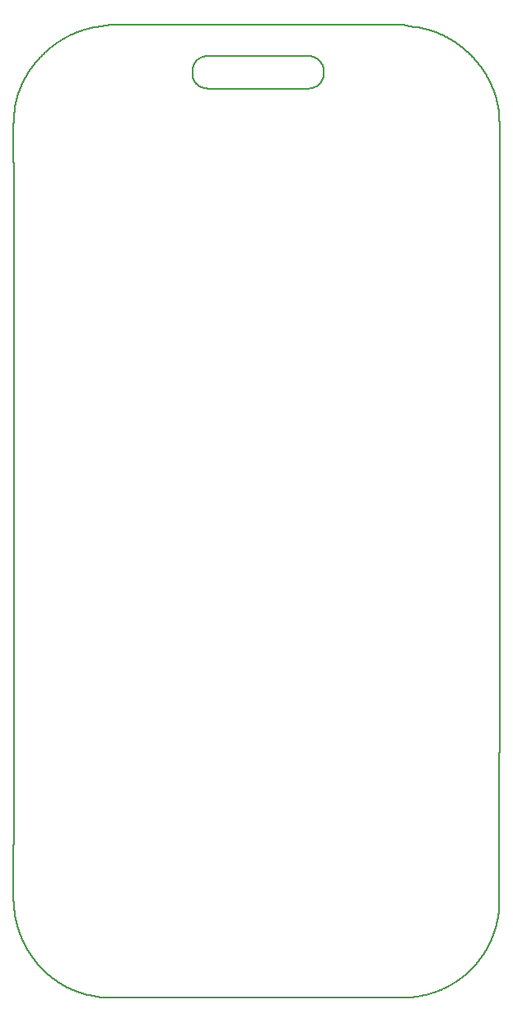
<source format=gm1>
G04 MADE WITH FRITZING*
G04 WWW.FRITZING.ORG*
G04 DOUBLE SIDED*
G04 HOLES PLATED*
G04 CONTOUR ON CENTER OF CONTOUR VECTOR*
%ASAXBY*%
%FSLAX23Y23*%
%MOIN*%
%OFA0B0*%
%SFA1.0B1.0*%
%ADD10C,0.008*%
%LNCONTOUR*%
G90*
G70*
G54D10*
X1111Y4169D02*
X1112Y4169D01*
X1113Y4169D01*
X1114Y4169D01*
X1115Y4169D01*
X1116Y4169D01*
X1117Y4169D01*
X1118Y4169D01*
X1119Y4169D01*
X1120Y4169D01*
X1121Y4169D01*
X1122Y4169D01*
X1123Y4169D01*
X1124Y4169D01*
X1125Y4169D01*
X1126Y4169D01*
X1127Y4169D01*
X1128Y4169D01*
X1129Y4169D01*
X1130Y4169D01*
X1131Y4169D01*
X1132Y4169D01*
X1133Y4169D01*
X1134Y4169D01*
X1135Y4169D01*
X1136Y4169D01*
X1137Y4169D01*
X1138Y4169D01*
X1139Y4169D01*
X1140Y4169D01*
X1141Y4169D01*
X1142Y4169D01*
X1143Y4169D01*
X1144Y4169D01*
X1145Y4169D01*
X1146Y4169D01*
X1147Y4169D01*
X1148Y4169D01*
X1149Y4169D01*
X1150Y4169D01*
X1151Y4169D01*
X1152Y4169D01*
X1153Y4169D01*
X1154Y4169D01*
X1155Y4169D01*
X1156Y4169D01*
X1157Y4169D01*
X1158Y4169D01*
X1159Y4169D01*
X1160Y4169D01*
X1161Y4169D01*
X1162Y4169D01*
X1163Y4169D01*
X1164Y4169D01*
X1165Y4169D01*
X1166Y4169D01*
X1167Y4169D01*
X1168Y4169D01*
X1169Y4169D01*
X1170Y4169D01*
X1171Y4169D01*
X1172Y4169D01*
X1173Y4169D01*
X1174Y4169D01*
X1175Y4169D01*
X1176Y4169D01*
X1177Y4169D01*
X1178Y4169D01*
X1179Y4169D01*
X1180Y4169D01*
X1181Y4169D01*
X1182Y4169D01*
X1183Y4169D01*
X1184Y4169D01*
X1185Y4169D01*
X1186Y4169D01*
X1187Y4169D01*
X1188Y4169D01*
X1189Y4169D01*
X1190Y4169D01*
X1191Y4169D01*
X1192Y4169D01*
X1193Y4169D01*
X1194Y4169D01*
X1195Y4169D01*
X1196Y4169D01*
X1197Y4169D01*
X1198Y4169D01*
X1199Y4169D01*
X1200Y4169D01*
X1201Y4169D01*
X1202Y4169D01*
X1203Y4169D01*
X1204Y4169D01*
X1205Y4169D01*
X1206Y4169D01*
X1207Y4169D01*
X1208Y4169D01*
X1209Y4169D01*
X1210Y4169D01*
X1211Y4169D01*
X1212Y4169D01*
X1213Y4169D01*
X1214Y4169D01*
X1215Y4169D01*
X1216Y4169D01*
X1217Y4169D01*
X1218Y4169D01*
X1219Y4169D01*
X1220Y4169D01*
X1221Y4169D01*
X1222Y4169D01*
X1223Y4169D01*
X1224Y4169D01*
X1225Y4169D01*
X1226Y4169D01*
X1227Y4169D01*
X1228Y4169D01*
X1229Y4169D01*
X1230Y4169D01*
X1231Y4169D01*
X1232Y4169D01*
X1233Y4169D01*
X1234Y4169D01*
X1235Y4169D01*
X1236Y4169D01*
X1237Y4169D01*
X1238Y4169D01*
X1239Y4169D01*
X1240Y4169D01*
X1241Y4169D01*
X1242Y4169D01*
X1243Y4169D01*
X1244Y4169D01*
X1245Y4169D01*
X1246Y4169D01*
X1247Y4169D01*
X1248Y4169D01*
X1249Y4169D01*
X1250Y4169D01*
X1251Y4169D01*
X1252Y4169D01*
X1253Y4169D01*
X1254Y4169D01*
X1255Y4169D01*
X1256Y4169D01*
X1257Y4169D01*
X1258Y4169D01*
X1259Y4169D01*
X1260Y4169D01*
X1261Y4169D01*
X1262Y4169D01*
X1263Y4169D01*
X1264Y4169D01*
X1265Y4169D01*
X1266Y4169D01*
X1267Y4169D01*
X1268Y4169D01*
X1269Y4169D01*
X1270Y4169D01*
X1271Y4169D01*
X1272Y4169D01*
X1273Y4169D01*
X1274Y4169D01*
X1275Y4169D01*
X1276Y4169D01*
X1277Y4169D01*
X1278Y4169D01*
X1279Y4169D01*
X1280Y4169D01*
X1281Y4169D01*
X1282Y4169D01*
X1283Y4169D01*
X1284Y4169D01*
X1285Y4169D01*
X1286Y4169D01*
X1287Y4169D01*
X1288Y4169D01*
X1289Y4169D01*
X1290Y4169D01*
X1291Y4169D01*
X1292Y4169D01*
X1293Y4169D01*
X1294Y4169D01*
X1295Y4169D01*
X1296Y4169D01*
X1297Y4169D01*
X1298Y4169D01*
X1299Y4169D01*
X1300Y4169D01*
X1301Y4169D01*
X1302Y4169D01*
X1303Y4169D01*
X1304Y4169D01*
X1305Y4169D01*
X1306Y4169D01*
X1307Y4169D01*
X1308Y4169D01*
X1309Y4169D01*
X1310Y4169D01*
X1311Y4169D01*
X1312Y4169D01*
X1313Y4169D01*
X1314Y4169D01*
X1315Y4169D01*
X1316Y4169D01*
X1317Y4169D01*
X1318Y4169D01*
X1319Y4169D01*
X1320Y4169D01*
X1321Y4169D01*
X1322Y4169D01*
X1323Y4169D01*
X1324Y4169D01*
X1325Y4169D01*
X1326Y4169D01*
X1327Y4169D01*
X1328Y4169D01*
X1329Y4169D01*
X1330Y4169D01*
X1331Y4169D01*
X1332Y4169D01*
X1333Y4169D01*
X1334Y4169D01*
X1335Y4169D01*
X1336Y4169D01*
X1337Y4169D01*
X1338Y4169D01*
X1339Y4169D01*
X1340Y4169D01*
X1341Y4169D01*
X1342Y4169D01*
X1343Y4169D01*
X1344Y4169D01*
X1345Y4169D01*
X1346Y4169D01*
X1347Y4169D01*
X1348Y4169D01*
X1349Y4169D01*
X1350Y4169D01*
X1351Y4169D01*
X1352Y4169D01*
X1353Y4169D01*
X1354Y4169D01*
X1355Y4169D01*
X1356Y4169D01*
X1357Y4169D01*
X1358Y4169D01*
X1359Y4169D01*
X1360Y4169D01*
X1361Y4169D01*
X1362Y4169D01*
X1363Y4169D01*
X1364Y4169D01*
X1365Y4169D01*
X1366Y4169D01*
X1367Y4169D01*
X1368Y4169D01*
X1369Y4169D01*
X1370Y4169D01*
X1371Y4169D01*
X1372Y4169D01*
X1373Y4169D01*
X1374Y4169D01*
X1375Y4169D01*
X1376Y4169D01*
X1377Y4169D01*
X1378Y4169D01*
X1379Y4169D01*
X1380Y4169D01*
X1381Y4169D01*
X1382Y4169D01*
X1383Y4169D01*
X1384Y4169D01*
X1385Y4169D01*
X1386Y4169D01*
X1387Y4169D01*
X1388Y4169D01*
X1389Y4169D01*
X1390Y4169D01*
X1391Y4169D01*
X1392Y4169D01*
X1393Y4169D01*
X1394Y4169D01*
X1395Y4169D01*
X1396Y4169D01*
X1397Y4169D01*
X1398Y4169D01*
X1399Y4169D01*
X1400Y4169D01*
X1401Y4169D01*
X1402Y4169D01*
X1403Y4169D01*
X1404Y4169D01*
X1405Y4169D01*
X1406Y4169D01*
X1407Y4169D01*
X1408Y4169D01*
X1409Y4169D01*
X1410Y4169D01*
X1411Y4169D01*
X1412Y4169D01*
X1413Y4169D01*
X1414Y4169D01*
X1415Y4169D01*
X1416Y4169D01*
X1417Y4169D01*
X1418Y4169D01*
X1419Y4169D01*
X1420Y4169D01*
X1421Y4169D01*
X1422Y4169D01*
X1423Y4169D01*
X1424Y4169D01*
X1425Y4169D01*
X1426Y4169D01*
X1427Y4169D01*
X1428Y4169D01*
X1429Y4169D01*
X1430Y4169D01*
X1431Y4169D01*
X1432Y4169D01*
X1433Y4169D01*
X1434Y4169D01*
X1435Y4169D01*
X1436Y4169D01*
X1437Y4169D01*
X1438Y4169D01*
X1439Y4169D01*
X1440Y4169D01*
X1441Y4169D01*
X1442Y4169D01*
X1443Y4169D01*
X1444Y4169D01*
X1445Y4169D01*
X1446Y4169D01*
X1447Y4169D01*
X1448Y4169D01*
X1449Y4169D01*
X1450Y4169D01*
X1451Y4169D01*
X1452Y4169D01*
X1453Y4169D01*
X1454Y4169D01*
X1455Y4169D01*
X1456Y4169D01*
X1457Y4169D01*
X1458Y4169D01*
X1459Y4169D01*
X1460Y4169D01*
X1461Y4169D01*
X1462Y4169D01*
X1463Y4169D01*
X1464Y4169D01*
X1465Y4169D01*
X1466Y4169D01*
X1467Y4169D01*
X1468Y4169D01*
X1469Y4169D01*
X1470Y4169D01*
X1471Y4169D01*
X1472Y4169D01*
X1473Y4169D01*
X1474Y4169D01*
X1475Y4169D01*
X1476Y4169D01*
X1477Y4169D01*
X1478Y4169D01*
X1479Y4169D01*
X1480Y4169D01*
X1481Y4169D01*
X1482Y4169D01*
X1483Y4169D01*
X1484Y4169D01*
X1485Y4169D01*
X1486Y4169D01*
X1487Y4169D01*
X1488Y4169D01*
X1489Y4169D01*
X1490Y4169D01*
X1491Y4169D01*
X1492Y4169D01*
X1493Y4169D01*
X1494Y4169D01*
X1495Y4169D01*
X1496Y4169D01*
X1497Y4169D01*
X1498Y4169D01*
X1499Y4169D01*
X1500Y4169D01*
X1501Y4169D01*
X1502Y4169D01*
X1503Y4169D01*
X1504Y4169D01*
X1505Y4169D01*
X1506Y4169D01*
X1507Y4169D01*
X1508Y4169D01*
X1509Y4169D01*
X1510Y4169D01*
X1511Y4169D01*
X1512Y4169D01*
X1513Y4169D01*
X1514Y4169D01*
X1515Y4169D01*
X1516Y4169D01*
X1517Y4169D01*
X1518Y4169D01*
X1519Y4169D01*
X1520Y4169D01*
X1521Y4169D01*
X1522Y4169D01*
X1523Y4169D01*
X1524Y4169D01*
X1525Y4169D01*
X1526Y4169D01*
X1527Y4169D01*
X1528Y4169D01*
X1529Y4169D01*
X1530Y4169D01*
X1531Y4169D01*
X1532Y4169D01*
X1533Y4169D01*
X1534Y4169D01*
X1535Y4169D01*
X1536Y4169D01*
X1537Y4169D01*
X1538Y4169D01*
X1539Y4169D01*
X1540Y4169D01*
X1541Y4169D01*
X1542Y4169D01*
X1543Y4169D01*
X1544Y4169D01*
X1545Y4169D01*
X1546Y4169D01*
X1547Y4169D01*
X1548Y4169D01*
X1549Y4169D01*
X1550Y4169D01*
X1551Y4169D01*
X1552Y4169D01*
X1553Y4169D01*
X1554Y4169D01*
X1555Y4169D01*
X1556Y4169D01*
X1557Y4169D01*
X1558Y4169D01*
X1559Y4169D01*
X1560Y4169D01*
X1561Y4169D01*
X1562Y4169D01*
X1563Y4169D01*
X1564Y4169D01*
X1565Y4169D01*
X1566Y4169D01*
X1567Y4169D01*
X1568Y4169D01*
X1569Y4169D01*
X1570Y4169D01*
X1571Y4169D01*
X1572Y4169D01*
X1573Y4169D01*
X1574Y4169D01*
X1575Y4169D01*
X1576Y4169D01*
X1577Y4169D01*
X1578Y4169D01*
X1579Y4169D01*
X1580Y4169D01*
X1581Y4169D01*
X1582Y4169D01*
X1583Y4169D01*
X1584Y4169D01*
X1585Y4169D01*
X1586Y4169D01*
X1587Y4169D01*
X1588Y4169D01*
X1589Y4169D01*
X1590Y4169D01*
X1591Y4169D01*
X1592Y4169D01*
X1593Y4169D01*
X1594Y4169D01*
X1595Y4169D01*
X1596Y4169D01*
X1597Y4169D01*
X1598Y4169D01*
X1599Y4169D01*
X1600Y4169D01*
X1601Y4169D01*
X1602Y4169D01*
X1603Y4169D01*
X1604Y4169D01*
X1605Y4169D01*
X1606Y4169D01*
X1607Y4169D01*
X1608Y4169D01*
X1609Y4169D01*
X1610Y4169D01*
X1611Y4169D01*
X1612Y4169D01*
X1613Y4169D01*
X1614Y4169D01*
X1615Y4169D01*
X1616Y4169D01*
X1617Y4169D01*
X1618Y4169D01*
X1619Y4169D01*
X1620Y4169D01*
X1621Y4169D01*
X1622Y4169D01*
X1623Y4169D01*
X1624Y4169D01*
X1625Y4169D01*
X1626Y4169D01*
X1627Y4169D01*
X1628Y4169D01*
X1629Y4169D01*
X1630Y4169D01*
X1631Y4169D01*
X1632Y4169D01*
X1633Y4169D01*
X1634Y4169D01*
X1635Y4169D01*
X1636Y4169D01*
X1637Y4169D01*
X1638Y4169D01*
X1639Y4169D01*
X1640Y4169D01*
X1641Y4169D01*
X1642Y4169D01*
X1643Y4169D01*
X1644Y4169D01*
X1645Y4169D01*
X1646Y4169D01*
X1647Y4169D01*
X1648Y4169D01*
X1649Y4169D01*
X1650Y4169D01*
X1651Y4169D01*
X1652Y4169D01*
X1653Y4169D01*
X1654Y4169D01*
X1655Y4169D01*
X1656Y4169D01*
X1657Y4169D01*
X1658Y4169D01*
X1659Y4169D01*
X1660Y4169D01*
X1661Y4169D01*
X1662Y4169D01*
X1663Y4169D01*
X1664Y4169D01*
X1665Y4169D01*
X1666Y4169D01*
X1667Y4169D01*
X1668Y4169D01*
X1669Y4169D01*
X1670Y4169D01*
X1671Y4169D01*
X1672Y4169D01*
X1673Y4169D01*
X1674Y4169D01*
X1675Y4169D01*
X1676Y4169D01*
X1677Y4169D01*
X1678Y4169D01*
X1679Y4169D01*
X1680Y4169D01*
X1681Y4169D01*
X1682Y4169D01*
X1683Y4169D01*
X1684Y4169D01*
X1685Y4169D01*
X1686Y4169D01*
X1687Y4169D01*
X1688Y4169D01*
X1689Y4169D01*
X1690Y4169D01*
X1691Y4169D01*
X1692Y4169D01*
X1693Y4169D01*
X1694Y4169D01*
X1695Y4169D01*
X1696Y4169D01*
X1697Y4169D01*
X1698Y4169D01*
X1699Y4169D01*
X1700Y4169D01*
X1701Y4169D01*
X1702Y4169D01*
X1703Y4169D01*
X1704Y4169D01*
X1705Y4169D01*
X1706Y4169D01*
X1707Y4169D01*
X1708Y4169D01*
X1709Y4169D01*
X1710Y4169D01*
X1711Y4169D01*
X1712Y4169D01*
X1713Y4169D01*
X1714Y4169D01*
X1715Y4169D01*
X1716Y4169D01*
X1717Y4169D01*
X1718Y4169D01*
X1719Y4169D01*
X1720Y4169D01*
X1721Y4169D01*
X1722Y4169D01*
X1723Y4169D01*
X1724Y4169D01*
X1725Y4169D01*
X1726Y4169D01*
X1727Y4169D01*
X1728Y4169D01*
X1729Y4169D01*
X1730Y4169D01*
X1731Y4169D01*
X1732Y4169D01*
X1733Y4169D01*
X1734Y4169D01*
X1735Y4169D01*
X1736Y4169D01*
X1737Y4169D01*
X1738Y4169D01*
X1739Y4169D01*
X1740Y4169D01*
X1741Y4169D01*
X1742Y4169D01*
X1743Y4169D01*
X1744Y4169D01*
X1745Y4169D01*
X1746Y4169D01*
X1747Y4169D01*
X1748Y4169D01*
X1749Y4169D01*
X1750Y4169D01*
X1751Y4169D01*
X1752Y4169D01*
X1753Y4169D01*
X1754Y4169D01*
X1755Y4169D01*
X1756Y4169D01*
X1757Y4169D01*
X1758Y4169D01*
X1759Y4169D01*
X1760Y4169D01*
X1761Y4169D01*
X1762Y4169D01*
X1763Y4169D01*
X1764Y4169D01*
X1765Y4169D01*
X1766Y4169D01*
X1767Y4169D01*
X1768Y4169D01*
X1769Y4169D01*
X1770Y4169D01*
X1771Y4169D01*
X1772Y4169D01*
X1773Y4169D01*
X1774Y4169D01*
X1775Y4169D01*
X1776Y4169D01*
X1777Y4169D01*
X1778Y4169D01*
X1779Y4169D01*
X1780Y4169D01*
X1781Y4169D01*
X1782Y4169D01*
X1783Y4169D01*
X1784Y4169D01*
X1785Y4169D01*
X1786Y4169D01*
X1787Y4169D01*
X1788Y4169D01*
X1789Y4169D01*
X1790Y4169D01*
X1791Y4169D01*
X1792Y4169D01*
X1793Y4169D01*
X1794Y4169D01*
X1795Y4169D01*
X1796Y4169D01*
X1797Y4169D01*
X1798Y4169D01*
X1799Y4169D01*
X1800Y4169D01*
X1801Y4169D01*
X1802Y4169D01*
X1803Y4169D01*
X1804Y4169D01*
X1805Y4169D01*
X1806Y4169D01*
X1807Y4169D01*
X1808Y4169D01*
X1809Y4169D01*
X1810Y4169D01*
X1811Y4169D01*
X1812Y4169D01*
X1813Y4169D01*
X1814Y4169D01*
X1815Y4169D01*
X1816Y4169D01*
X1817Y4169D01*
X1818Y4169D01*
X1819Y4169D01*
X1820Y4169D01*
X1821Y4169D01*
X1822Y4169D01*
X1823Y4169D01*
X1824Y4169D01*
X1825Y4169D01*
X1826Y4169D01*
X1827Y4169D01*
X1828Y4169D01*
X1829Y4169D01*
X1830Y4169D01*
X1831Y4169D01*
X1832Y4169D01*
X1833Y4169D01*
X1834Y4169D01*
X1835Y4169D01*
X1836Y4169D01*
X1837Y4169D01*
X1838Y4169D01*
X1839Y4169D01*
X1840Y4169D01*
X1841Y4169D01*
X1842Y4169D01*
X1843Y4169D01*
X1844Y4169D01*
X1845Y4169D01*
X1846Y4169D01*
X1847Y4169D01*
X1848Y4169D01*
X1849Y4169D01*
X1850Y4169D01*
X1851Y4169D01*
X1852Y4169D01*
X1853Y4169D01*
X1854Y4169D01*
X1855Y4169D01*
X1856Y4169D01*
X1857Y4169D01*
X1858Y4169D01*
X1859Y4169D01*
X1860Y4169D01*
X1861Y4169D01*
X1862Y4169D01*
X1863Y4169D01*
X1864Y4169D01*
X1865Y4169D01*
X1866Y4169D01*
X1867Y4169D01*
X1868Y4169D01*
X1869Y4169D01*
X1870Y4169D01*
X1871Y4169D01*
X1872Y4169D01*
X1873Y4169D01*
X1874Y4169D01*
X1875Y4169D01*
X1876Y4169D01*
X1877Y4169D01*
X1878Y4169D01*
X1879Y4169D01*
X1880Y4169D01*
X1881Y4169D01*
X1882Y4169D01*
X1883Y4169D01*
X1884Y4169D01*
X1885Y4169D01*
X1886Y4169D01*
X1887Y4169D01*
X1888Y4169D01*
X1889Y4169D01*
X1890Y4169D01*
X1891Y4169D01*
X1892Y4169D01*
X1893Y4169D01*
X1894Y4169D01*
X1895Y4169D01*
X1896Y4169D01*
X1897Y4169D01*
X1898Y4169D01*
X1899Y4169D01*
X1900Y4169D01*
X1901Y4169D01*
X1902Y4169D01*
X1903Y4169D01*
X1904Y4169D01*
X1905Y4169D01*
X1906Y4169D01*
X1907Y4169D01*
X1908Y4169D01*
X1909Y4169D01*
X1910Y4169D01*
X1911Y4169D01*
X1912Y4169D01*
X1913Y4169D01*
X1914Y4169D01*
X1915Y4169D01*
X1916Y4169D01*
X1917Y4169D01*
X1918Y4169D01*
X1919Y4169D01*
X1920Y4169D01*
X1921Y4169D01*
X1922Y4169D01*
X1923Y4169D01*
X1924Y4169D01*
X1925Y4169D01*
X1926Y4169D01*
X1927Y4169D01*
X1928Y4169D01*
X1929Y4169D01*
X1930Y4169D01*
X1931Y4169D01*
X1932Y4169D01*
X1933Y4169D01*
X1934Y4169D01*
X1935Y4169D01*
X1936Y4169D01*
X1937Y4169D01*
X1938Y4169D01*
X1939Y4169D01*
X1940Y4169D01*
X1941Y4169D01*
X1942Y4169D01*
X1943Y4169D01*
X1944Y4169D01*
X1945Y4169D01*
X1946Y4169D01*
X1947Y4169D01*
X1948Y4169D01*
X1949Y4169D01*
X1950Y4169D01*
X1951Y4169D01*
X1952Y4169D01*
X1953Y4169D01*
X1954Y4169D01*
X1955Y4169D01*
X1956Y4169D01*
X1957Y4169D01*
X1958Y4169D01*
X1959Y4169D01*
X1960Y4169D01*
X1961Y4169D01*
X1962Y4169D01*
X1963Y4169D01*
X1964Y4169D01*
X1965Y4169D01*
X1966Y4169D01*
X1967Y4169D01*
X1968Y4169D01*
X1969Y4169D01*
X1970Y4169D01*
X1971Y4169D01*
X1972Y4169D01*
X1973Y4169D01*
X1974Y4169D01*
X1975Y4169D01*
X1976Y4169D01*
X1977Y4169D01*
X1978Y4169D01*
X1979Y4169D01*
X1980Y4169D01*
X1981Y4169D01*
X1982Y4169D01*
X1983Y4169D01*
X1984Y4169D01*
X1985Y4169D01*
X1986Y4169D01*
X1987Y4169D01*
X1988Y4169D01*
X1989Y4169D01*
X1990Y4169D01*
X1991Y4169D01*
X1992Y4169D01*
X1993Y4169D01*
X1994Y4169D01*
X1995Y4169D01*
X1996Y4169D01*
X1997Y4169D01*
X1998Y4169D01*
X1999Y4169D01*
X2000Y4169D01*
X2001Y4169D01*
X2002Y4169D01*
X2003Y4169D01*
X2004Y4169D01*
X2005Y4169D01*
X2006Y4169D01*
X2007Y4169D01*
X2008Y4169D01*
X2009Y4169D01*
X2010Y4169D01*
X2011Y4169D01*
X2012Y4169D01*
X2013Y4169D01*
X2014Y4169D01*
X2015Y4169D01*
X2016Y4169D01*
X2017Y4169D01*
X2018Y4169D01*
X2019Y4169D01*
X2020Y4169D01*
X2021Y4169D01*
X2022Y4169D01*
X2023Y4169D01*
X2024Y4169D01*
X2025Y4169D01*
X2026Y4169D01*
X2027Y4169D01*
X2028Y4169D01*
X2029Y4169D01*
X2030Y4169D01*
X2031Y4169D01*
X2032Y4169D01*
X2033Y4169D01*
X2034Y4169D01*
X2035Y4169D01*
X2036Y4169D01*
X2037Y4169D01*
X2038Y4169D01*
X2039Y4169D01*
X2040Y4169D01*
X2041Y4169D01*
X2042Y4169D01*
X2043Y4169D01*
X2044Y4169D01*
X2045Y4169D01*
X2046Y4169D01*
X2047Y4169D01*
X2048Y4169D01*
X2049Y4169D01*
X2050Y4169D01*
X2051Y4169D01*
X2052Y4169D01*
X2053Y4169D01*
X2054Y4169D01*
X2055Y4169D01*
X2056Y4169D01*
X2057Y4169D01*
X2058Y4169D01*
X2059Y4169D01*
X2060Y4169D01*
X2061Y4169D01*
X2062Y4169D01*
X2063Y4169D01*
X2064Y4169D01*
X2065Y4169D01*
X2066Y4169D01*
X2067Y4169D01*
X2068Y4169D01*
X2069Y4169D01*
X2070Y4169D01*
X2071Y4169D01*
X2072Y4169D01*
X2073Y4169D01*
X2074Y4169D01*
X2075Y4169D01*
X2076Y4169D01*
X2077Y4169D01*
X2078Y4169D01*
X2079Y4169D01*
X2080Y4169D01*
X2081Y4169D01*
X2082Y4169D01*
X2083Y4169D01*
X2084Y4169D01*
X2085Y4169D01*
X2086Y4169D01*
X2087Y4169D01*
X2088Y4169D01*
X2089Y4169D01*
X2090Y4169D01*
X2091Y4169D01*
X2092Y4169D01*
X2093Y4169D01*
X2094Y4169D01*
X2095Y4169D01*
X2096Y4169D01*
X2097Y4169D01*
X2098Y4169D01*
X2099Y4169D01*
X2100Y4169D01*
X2101Y4169D01*
X2102Y4169D01*
X2103Y4169D01*
X2104Y4169D01*
X2105Y4169D01*
X2106Y4169D01*
X2107Y4169D01*
X2108Y4169D01*
X2109Y4169D01*
X2110Y4169D01*
X2111Y4169D01*
X2112Y4169D01*
X2113Y4169D01*
X2114Y4169D01*
X2115Y4169D01*
X2116Y4169D01*
X2117Y4169D01*
X2118Y4169D01*
X2119Y4169D01*
X2120Y4169D01*
X2121Y4169D01*
X2122Y4169D01*
X2123Y4169D01*
X2124Y4169D01*
X2125Y4169D01*
X2126Y4169D01*
X2127Y4169D01*
X2128Y4169D01*
X2129Y4169D01*
X2130Y4169D01*
X2131Y4169D01*
X2132Y4169D01*
X2133Y4169D01*
X2134Y4169D01*
X2135Y4169D01*
X2136Y4169D01*
X2137Y4169D01*
X2138Y4169D01*
X2139Y4169D01*
X2140Y4169D01*
X2141Y4169D01*
X2142Y4169D01*
X2143Y4169D01*
X2144Y4169D01*
X2145Y4169D01*
X2146Y4169D01*
X2147Y4169D01*
X2148Y4169D01*
X2149Y4169D01*
X2150Y4169D01*
X2151Y4169D01*
X2152Y4169D01*
X2153Y4169D01*
X2154Y4169D01*
X2155Y4169D01*
X2156Y4169D01*
X2157Y4169D01*
X2158Y4169D01*
X2159Y4169D01*
X2160Y4169D01*
X2161Y4169D01*
X2162Y4169D01*
X2163Y4169D01*
X2164Y4169D01*
X2165Y4169D01*
X2166Y4169D01*
X2167Y4169D01*
X2168Y4169D01*
X2169Y4169D01*
X2170Y4169D01*
X2171Y4169D01*
X2172Y4169D01*
X2173Y4169D01*
X2174Y4169D01*
X2175Y4169D01*
X2176Y4169D01*
X2177Y4169D01*
X2178Y4169D01*
X2179Y4169D01*
X2180Y4169D01*
X2181Y4169D01*
X2182Y4169D01*
X2183Y4169D01*
X2184Y4169D01*
X2185Y4169D01*
X2186Y4169D01*
X2187Y4169D01*
X2188Y4169D01*
X2189Y4169D01*
X2190Y4169D01*
X2191Y4169D01*
X2192Y4169D01*
X2193Y4169D01*
X2194Y4169D01*
X2195Y4169D01*
X2196Y4169D01*
X2197Y4169D01*
X2198Y4169D01*
X2199Y4169D01*
X2200Y4169D01*
X2201Y4169D01*
X2202Y4169D01*
X2203Y4169D01*
X2204Y4169D01*
X2205Y4169D01*
X2206Y4169D01*
X2207Y4169D01*
X2208Y4169D01*
X2209Y4169D01*
X2210Y4169D01*
X2211Y4169D01*
X2212Y4169D01*
X2213Y4169D01*
X2214Y4169D01*
X2215Y4169D01*
X2216Y4169D01*
X2217Y4169D01*
X2218Y4169D01*
X2219Y4169D01*
X2220Y4169D01*
X2221Y4169D01*
X2222Y4169D01*
X2223Y4169D01*
X2224Y4169D01*
X2225Y4169D01*
X2226Y4169D01*
X2227Y4169D01*
X2228Y4169D01*
X2229Y4169D01*
X2230Y4169D01*
X2231Y4169D01*
X2232Y4169D01*
X2233Y4169D01*
X2234Y4169D01*
X2235Y4169D01*
X2236Y4169D01*
X2237Y4169D01*
X2238Y4169D01*
X2239Y4169D01*
X2240Y4169D01*
X2241Y4169D01*
X2242Y4169D01*
X2243Y4169D01*
X2244Y4169D01*
X2245Y4169D01*
X2246Y4169D01*
X2247Y4169D01*
X2248Y4169D01*
X2249Y4169D01*
X2250Y4169D01*
X2251Y4169D01*
X2252Y4169D01*
X2253Y4169D01*
X2254Y4169D01*
X2255Y4169D01*
X2256Y4169D01*
X2257Y4169D01*
X2258Y4169D01*
X2259Y4169D01*
X2260Y4169D01*
X2261Y4169D01*
X2262Y4169D01*
X2263Y4169D01*
X2264Y4169D01*
X2265Y4169D01*
X2266Y4169D01*
X2267Y4169D01*
X2268Y4169D01*
X2269Y4169D01*
X2270Y4169D01*
X2271Y4169D01*
X2272Y4169D01*
X2273Y4169D01*
X2274Y4169D01*
X2275Y4169D01*
X2276Y4169D01*
X2277Y4169D01*
X2278Y4169D01*
X2279Y4169D01*
X2280Y4169D01*
X2281Y4169D01*
X2282Y4169D01*
X2283Y4169D01*
X2284Y4169D01*
X2285Y4169D01*
X2286Y4169D01*
X2287Y4169D01*
X2288Y4169D01*
X2289Y4169D01*
X2290Y4169D01*
X2291Y4169D01*
X2292Y4169D01*
X2293Y4169D01*
X2294Y4169D01*
X2295Y4169D01*
X2296Y4169D01*
X2297Y4169D01*
X2298Y4169D01*
X2299Y4169D01*
X2300Y4169D01*
X2301Y4168D01*
X2302Y4168D01*
X2303Y4168D01*
X2304Y4168D01*
X2305Y4168D01*
X2306Y4167D01*
X2307Y4167D01*
X2308Y4167D01*
X2309Y4167D01*
X2310Y4167D01*
X2311Y4166D01*
X2312Y4166D01*
X2313Y4166D01*
X2314Y4166D01*
X2315Y4166D01*
X2316Y4165D01*
X2317Y4165D01*
X2318Y4165D01*
X2319Y4165D01*
X2320Y4165D01*
X2321Y4164D01*
X2322Y4164D01*
X2323Y4164D01*
X2324Y4164D01*
X2325Y4164D01*
X2326Y4163D01*
X2327Y4163D01*
X2328Y4163D01*
X2329Y4163D01*
X2330Y4163D01*
X2331Y4162D01*
X2332Y4162D01*
X2333Y4162D01*
X2334Y4162D01*
X2335Y4162D01*
X2336Y4162D01*
X2337Y4162D01*
X2338Y4161D01*
X2339Y4161D01*
X2340Y4161D01*
X2341Y4161D01*
X2342Y4161D01*
X2343Y4161D01*
X2344Y4161D01*
X2345Y4160D01*
X2346Y4160D01*
X2347Y4160D01*
X2348Y4160D01*
X2349Y4160D01*
X2350Y4160D01*
X2351Y4160D01*
X2352Y4160D01*
X2353Y4159D01*
X2354Y4159D01*
X2355Y4159D01*
X2356Y4159D01*
X2357Y4159D01*
X2358Y4159D01*
X2359Y4159D01*
X2360Y4158D01*
X2361Y4158D01*
X2362Y4158D01*
X2363Y4158D01*
X2364Y4158D01*
X2365Y4157D01*
X2366Y4157D01*
X2367Y4157D01*
X2368Y4157D01*
X2369Y4157D01*
X2370Y4156D01*
X2371Y4156D01*
X2372Y4156D01*
X2373Y4156D01*
X2374Y4156D01*
X2375Y4156D01*
X2376Y4155D01*
X2377Y4155D01*
X2378Y4155D01*
X2379Y4155D01*
X2380Y4154D01*
X2381Y4154D01*
X2382Y4154D01*
X2383Y4154D01*
X2384Y4154D01*
X2385Y4153D01*
X2386Y4153D01*
X2387Y4153D01*
X2388Y4153D01*
X2389Y4152D01*
X2390Y4152D01*
X2391Y4152D01*
X2392Y4152D01*
X2393Y4151D01*
X2394Y4151D01*
X2395Y4151D01*
X2396Y4151D01*
X2397Y4150D01*
X2398Y4150D01*
X2399Y4150D01*
X2400Y4149D01*
X2401Y4149D01*
X2402Y4149D01*
X2403Y4149D01*
X2404Y4148D01*
X2405Y4148D01*
X2406Y4148D01*
X2407Y4147D01*
X2408Y4147D01*
X2409Y4147D01*
X2410Y4146D01*
X2411Y4146D01*
X2412Y4146D01*
X2413Y4146D01*
X2414Y4145D01*
X2415Y4145D01*
X2416Y4145D01*
X2417Y4144D01*
X2418Y4144D01*
X2419Y4143D01*
X2420Y4143D01*
X2421Y4143D01*
X2422Y4142D01*
X2423Y4142D01*
X2424Y4142D01*
X2425Y4141D01*
X2426Y4141D01*
X2427Y4141D01*
X2428Y4140D01*
X2429Y4140D01*
X2430Y4140D01*
X2431Y4139D01*
X2432Y4139D01*
X2433Y4138D01*
X2434Y4138D01*
X2435Y4138D01*
X2436Y4137D01*
X2437Y4137D01*
X2438Y4136D01*
X2439Y4136D01*
X2440Y4136D01*
X2441Y4135D01*
X2442Y4135D01*
X2443Y4134D01*
X2444Y4134D01*
X2445Y4134D01*
X2446Y4133D01*
X2447Y4133D01*
X2448Y4132D01*
X2449Y4132D01*
X2450Y4131D01*
X2451Y4131D01*
X2452Y4131D01*
X2453Y4130D01*
X2454Y4130D01*
X2455Y4129D01*
X2456Y4129D01*
X2457Y4128D01*
X2458Y4128D01*
X2459Y4127D01*
X2460Y4127D01*
X2461Y4126D01*
X2462Y4126D01*
X2463Y4125D01*
X2464Y4125D01*
X2465Y4124D01*
X2466Y4124D01*
X2467Y4123D01*
X2468Y4123D01*
X2469Y4122D01*
X2470Y4122D01*
X2471Y4121D01*
X2472Y4121D01*
X2473Y4120D01*
X2474Y4120D01*
X2475Y4119D01*
X2476Y4119D01*
X2477Y4118D01*
X2478Y4118D01*
X2479Y4117D01*
X2480Y4117D01*
X2481Y4116D01*
X2482Y4116D01*
X2483Y4115D01*
X2484Y4114D01*
X2485Y4114D01*
X2486Y4113D01*
X2487Y4113D01*
X2488Y4112D01*
X2489Y4112D01*
X2490Y4111D01*
X2491Y4110D01*
X2492Y4110D01*
X2493Y4109D01*
X2494Y4109D01*
X2495Y4108D01*
X2496Y4107D01*
X2497Y4107D01*
X2498Y4106D01*
X2499Y4106D01*
X2500Y4105D01*
X2501Y4104D01*
X2502Y4104D01*
X2503Y4103D01*
X2504Y4102D01*
X2505Y4102D01*
X2506Y4101D01*
X2507Y4101D01*
X2508Y4100D01*
X2509Y4099D01*
X2510Y4098D01*
X2511Y4098D01*
X2512Y4097D01*
X2513Y4096D01*
X2514Y4096D01*
X2515Y4095D01*
X2516Y4094D01*
X2517Y4094D01*
X2518Y4093D01*
X2519Y4092D01*
X2520Y4092D01*
X2521Y4091D01*
X2522Y4090D01*
X2523Y4089D01*
X2524Y4089D01*
X2525Y4088D01*
X2526Y4087D01*
X2527Y4086D01*
X2528Y4086D01*
X2529Y4085D01*
X2530Y4084D01*
X2531Y4083D01*
X2532Y4083D01*
X2533Y4082D01*
X2534Y4081D01*
X2535Y4080D01*
X2536Y4080D01*
X2537Y4079D01*
X2538Y4078D01*
X2539Y4077D01*
X2540Y4076D01*
X2541Y4076D01*
X2542Y4075D01*
X2543Y4074D01*
X2544Y4073D01*
X2545Y4072D01*
X2546Y4071D01*
X2547Y4071D01*
X2548Y4070D01*
X2549Y4069D01*
X2550Y4068D01*
X2551Y4067D01*
X2552Y4066D01*
X2553Y4065D01*
X2554Y4064D01*
X2555Y4064D01*
X2556Y4063D01*
X2557Y4062D01*
X2558Y4061D01*
X2559Y4060D01*
X2560Y4059D01*
X2561Y4058D01*
X2562Y4057D01*
X2563Y4056D01*
X2564Y4055D01*
X2565Y4054D01*
X2566Y4053D01*
X2567Y4052D01*
X2568Y4051D01*
X2569Y4051D01*
X2570Y4050D01*
X2571Y4049D01*
X2572Y4048D01*
X2573Y4047D01*
X2574Y4046D01*
X2575Y4045D01*
X2576Y4044D01*
X2577Y4043D01*
X2577Y4042D01*
X2578Y4041D01*
X2579Y4040D01*
X2580Y4039D01*
X2581Y4038D01*
X2582Y4037D01*
X2583Y4036D01*
X2584Y4035D01*
X2585Y4034D01*
X2586Y4033D01*
X2587Y4032D01*
X2588Y4031D01*
X2589Y4030D01*
X2589Y4029D01*
X2590Y4028D01*
X2591Y4027D01*
X2592Y4026D01*
X2593Y4025D01*
X2594Y4024D01*
X2595Y4023D01*
X2595Y4022D01*
X2596Y4021D01*
X2597Y4020D01*
X2598Y4019D01*
X2599Y4018D01*
X2600Y4017D01*
X2600Y4016D01*
X2601Y4015D01*
X2602Y4014D01*
X2603Y4013D01*
X2604Y4012D01*
X2604Y4011D01*
X2605Y4010D01*
X2606Y4009D01*
X2607Y4008D01*
X2608Y4007D01*
X2608Y4006D01*
X2609Y4005D01*
X2610Y4004D01*
X2611Y4003D01*
X2611Y4002D01*
X2612Y4001D01*
X2613Y4000D01*
X2614Y3999D01*
X2614Y3998D01*
X2615Y3997D01*
X2616Y3996D01*
X2616Y3995D01*
X2617Y3994D01*
X2618Y3993D01*
X2619Y3992D01*
X2619Y3991D01*
X2620Y3990D01*
X2621Y3989D01*
X2621Y3988D01*
X2622Y3987D01*
X2623Y3986D01*
X2623Y3985D01*
X2624Y3984D01*
X2625Y3983D01*
X2625Y3982D01*
X2626Y3981D01*
X2627Y3980D01*
X2627Y3979D01*
X2628Y3978D01*
X2629Y3977D01*
X2629Y3976D01*
X2630Y3975D01*
X2630Y3974D01*
X2631Y3973D01*
X2632Y3972D01*
X2632Y3971D01*
X2633Y3970D01*
X2633Y3969D01*
X2634Y3968D01*
X2635Y3967D01*
X2635Y3966D01*
X2636Y3965D01*
X2636Y3964D01*
X2637Y3963D01*
X2638Y3962D01*
X2638Y3961D01*
X2639Y3960D01*
X2639Y3959D01*
X2640Y3958D01*
X2640Y3957D01*
X2641Y3956D01*
X2641Y3955D01*
X2642Y3954D01*
X2643Y3953D01*
X2643Y3952D01*
X2644Y3951D01*
X2644Y3950D01*
X2645Y3949D01*
X2645Y3948D01*
X2646Y3947D01*
X2646Y3946D01*
X2647Y3945D01*
X2647Y3944D01*
X2648Y3943D01*
X2648Y3942D01*
X2649Y3941D01*
X2649Y3940D01*
X2650Y3939D01*
X2650Y3938D01*
X2651Y3937D01*
X2651Y3936D01*
X2652Y3935D01*
X2652Y3934D01*
X2653Y3933D01*
X2653Y3932D01*
X2654Y3931D01*
X2654Y3930D01*
X2655Y3929D01*
X2655Y3927D01*
X2656Y3926D01*
X2656Y3925D01*
X2657Y3924D01*
X2657Y3923D01*
X2658Y3922D01*
X2658Y3921D01*
X2659Y3920D01*
X2659Y3918D01*
X2660Y3917D01*
X2660Y3916D01*
X2661Y3915D01*
X2661Y3914D01*
X2662Y3913D01*
X2662Y3911D01*
X2663Y3910D01*
X2663Y3908D01*
X2664Y3907D01*
X2664Y3906D01*
X2665Y3905D01*
X2665Y3903D01*
X2666Y3902D01*
X2666Y3900D01*
X2667Y3899D01*
X2667Y3898D01*
X2668Y3897D01*
X2668Y3895D01*
X2669Y3894D01*
X2669Y3892D01*
X2670Y3891D01*
X2670Y3889D01*
X2671Y3888D01*
X2671Y3886D01*
X2672Y3885D01*
X2672Y3882D01*
X2673Y3881D01*
X2673Y3879D01*
X2674Y3878D01*
X2674Y3875D01*
X2675Y3874D01*
X2675Y3872D01*
X2676Y3871D01*
X2676Y3868D01*
X2677Y3867D01*
X2677Y3865D01*
X2678Y3864D01*
X2678Y3860D01*
X2679Y3859D01*
X2679Y3856D01*
X2680Y3855D01*
X2680Y3851D01*
X2681Y3850D01*
X2681Y3847D01*
X2682Y3846D01*
X2682Y3841D01*
X2683Y3840D01*
X2683Y3836D01*
X2684Y3835D01*
X2684Y3830D01*
X2685Y3829D01*
X2685Y3823D01*
X2686Y3822D01*
X2686Y3815D01*
X2687Y3814D01*
X2687Y3804D01*
X2688Y3803D01*
X2688Y3781D01*
X2689Y3780D01*
X2689Y1223D01*
X2688Y1222D01*
X2688Y599D01*
X2687Y598D01*
X2687Y586D01*
X2686Y585D01*
X2686Y576D01*
X2685Y575D01*
X2685Y568D01*
X2684Y567D01*
X2684Y561D01*
X2683Y560D01*
X2683Y555D01*
X2682Y554D01*
X2682Y549D01*
X2681Y548D01*
X2681Y544D01*
X2680Y543D01*
X2680Y540D01*
X2679Y539D01*
X2679Y535D01*
X2678Y534D01*
X2678Y531D01*
X2677Y530D01*
X2677Y527D01*
X2676Y526D01*
X2676Y523D01*
X2675Y522D01*
X2675Y519D01*
X2674Y518D01*
X2674Y516D01*
X2673Y515D01*
X2673Y512D01*
X2672Y511D01*
X2672Y508D01*
X2671Y507D01*
X2671Y505D01*
X2670Y504D01*
X2670Y502D01*
X2669Y501D01*
X2669Y499D01*
X2668Y498D01*
X2668Y496D01*
X2667Y495D01*
X2667Y493D01*
X2666Y492D01*
X2666Y490D01*
X2665Y489D01*
X2665Y488D01*
X2664Y487D01*
X2664Y485D01*
X2663Y484D01*
X2663Y482D01*
X2662Y481D01*
X2662Y480D01*
X2661Y479D01*
X2661Y477D01*
X2660Y476D01*
X2660Y474D01*
X2659Y473D01*
X2659Y472D01*
X2658Y471D01*
X2658Y470D01*
X2657Y469D01*
X2657Y467D01*
X2656Y466D01*
X2656Y465D01*
X2655Y464D01*
X2655Y463D01*
X2654Y462D01*
X2654Y460D01*
X2653Y459D01*
X2653Y458D01*
X2652Y457D01*
X2652Y456D01*
X2651Y455D01*
X2651Y454D01*
X2650Y453D01*
X2650Y452D01*
X2649Y451D01*
X2649Y450D01*
X2648Y449D01*
X2648Y448D01*
X2647Y447D01*
X2647Y446D01*
X2646Y445D01*
X2646Y444D01*
X2645Y443D01*
X2645Y442D01*
X2644Y441D01*
X2644Y440D01*
X2643Y439D01*
X2643Y438D01*
X2642Y437D01*
X2642Y436D01*
X2641Y435D01*
X2641Y434D01*
X2640Y433D01*
X2640Y432D01*
X2639Y431D01*
X2638Y430D01*
X2638Y429D01*
X2637Y428D01*
X2637Y427D01*
X2636Y426D01*
X2636Y425D01*
X2635Y424D01*
X2634Y423D01*
X2634Y422D01*
X2633Y421D01*
X2633Y420D01*
X2632Y419D01*
X2632Y418D01*
X2631Y417D01*
X2630Y416D01*
X2630Y415D01*
X2629Y414D01*
X2628Y413D01*
X2628Y412D01*
X2627Y411D01*
X2626Y410D01*
X2626Y409D01*
X2625Y408D01*
X2625Y407D01*
X2624Y406D01*
X2623Y405D01*
X2623Y404D01*
X2622Y403D01*
X2621Y402D01*
X2621Y401D01*
X2620Y400D01*
X2619Y399D01*
X2618Y398D01*
X2618Y397D01*
X2617Y396D01*
X2616Y395D01*
X2616Y394D01*
X2615Y393D01*
X2614Y392D01*
X2614Y391D01*
X2613Y390D01*
X2612Y389D01*
X2611Y388D01*
X2611Y387D01*
X2610Y386D01*
X2609Y385D01*
X2608Y384D01*
X2608Y383D01*
X2607Y382D01*
X2606Y381D01*
X2605Y380D01*
X2605Y379D01*
X2604Y378D01*
X2603Y377D01*
X2602Y376D01*
X2601Y375D01*
X2601Y374D01*
X2600Y373D01*
X2599Y372D01*
X2598Y371D01*
X2597Y370D01*
X2596Y369D01*
X2596Y368D01*
X2595Y367D01*
X2594Y366D01*
X2593Y365D01*
X2592Y364D01*
X2591Y363D01*
X2590Y362D01*
X2589Y361D01*
X2589Y360D01*
X2588Y359D01*
X2587Y358D01*
X2586Y357D01*
X2585Y356D01*
X2584Y355D01*
X2583Y354D01*
X2582Y353D01*
X2581Y352D01*
X2580Y351D01*
X2579Y350D01*
X2578Y349D01*
X2577Y348D01*
X2576Y347D01*
X2575Y346D01*
X2575Y345D01*
X2574Y344D01*
X2573Y343D01*
X2572Y342D01*
X2571Y341D01*
X2570Y341D01*
X2569Y340D01*
X2568Y339D01*
X2567Y338D01*
X2566Y337D01*
X2565Y336D01*
X2564Y335D01*
X2563Y334D01*
X2562Y333D01*
X2561Y332D01*
X2560Y331D01*
X2559Y330D01*
X2558Y329D01*
X2557Y328D01*
X2556Y328D01*
X2555Y327D01*
X2554Y326D01*
X2553Y325D01*
X2552Y324D01*
X2551Y323D01*
X2550Y322D01*
X2549Y321D01*
X2548Y321D01*
X2547Y320D01*
X2546Y319D01*
X2545Y318D01*
X2544Y317D01*
X2543Y317D01*
X2542Y316D01*
X2541Y315D01*
X2540Y314D01*
X2539Y313D01*
X2538Y313D01*
X2537Y312D01*
X2536Y311D01*
X2535Y310D01*
X2534Y309D01*
X2533Y309D01*
X2532Y308D01*
X2531Y307D01*
X2530Y306D01*
X2529Y306D01*
X2528Y305D01*
X2527Y304D01*
X2526Y304D01*
X2525Y303D01*
X2524Y302D01*
X2523Y301D01*
X2522Y301D01*
X2521Y300D01*
X2520Y299D01*
X2519Y299D01*
X2518Y298D01*
X2517Y297D01*
X2516Y297D01*
X2515Y296D01*
X2514Y295D01*
X2513Y295D01*
X2512Y294D01*
X2511Y293D01*
X2510Y293D01*
X2509Y292D01*
X2508Y291D01*
X2507Y291D01*
X2506Y290D01*
X2505Y289D01*
X2504Y289D01*
X2503Y288D01*
X2502Y288D01*
X2501Y287D01*
X2500Y286D01*
X2499Y286D01*
X2498Y285D01*
X2497Y284D01*
X2496Y284D01*
X2495Y283D01*
X2494Y283D01*
X2493Y282D01*
X2492Y282D01*
X2491Y281D01*
X2490Y280D01*
X2489Y280D01*
X2488Y279D01*
X2487Y279D01*
X2486Y278D01*
X2485Y278D01*
X2484Y277D01*
X2483Y276D01*
X2482Y276D01*
X2481Y275D01*
X2480Y275D01*
X2479Y274D01*
X2478Y274D01*
X2477Y273D01*
X2476Y273D01*
X2475Y272D01*
X2474Y272D01*
X2473Y271D01*
X2472Y271D01*
X2471Y270D01*
X2470Y270D01*
X2469Y269D01*
X2468Y269D01*
X2467Y268D01*
X2466Y268D01*
X2465Y267D01*
X2464Y267D01*
X2463Y266D01*
X2462Y266D01*
X2461Y266D01*
X2460Y265D01*
X2459Y265D01*
X2458Y264D01*
X2457Y264D01*
X2456Y263D01*
X2455Y263D01*
X2454Y262D01*
X2453Y262D01*
X2452Y261D01*
X2451Y261D01*
X2450Y261D01*
X2449Y260D01*
X2448Y260D01*
X2447Y259D01*
X2446Y259D01*
X2445Y259D01*
X2444Y258D01*
X2443Y258D01*
X2442Y257D01*
X2441Y257D01*
X2440Y256D01*
X2439Y256D01*
X2438Y256D01*
X2437Y255D01*
X2436Y255D01*
X2435Y255D01*
X2434Y254D01*
X2433Y254D01*
X2432Y253D01*
X2431Y253D01*
X2430Y253D01*
X2429Y252D01*
X2428Y252D01*
X2427Y252D01*
X2426Y251D01*
X2425Y251D01*
X2424Y251D01*
X2423Y250D01*
X2422Y250D01*
X2421Y250D01*
X2420Y249D01*
X2419Y249D01*
X2418Y249D01*
X2417Y248D01*
X2416Y248D01*
X2415Y248D01*
X2414Y247D01*
X2413Y247D01*
X2412Y247D01*
X2411Y246D01*
X2410Y246D01*
X2409Y246D01*
X2408Y245D01*
X2407Y245D01*
X2406Y245D01*
X2405Y245D01*
X2404Y244D01*
X2403Y244D01*
X2402Y244D01*
X2401Y243D01*
X2400Y243D01*
X2399Y243D01*
X2398Y243D01*
X2397Y242D01*
X2396Y242D01*
X2395Y242D01*
X2394Y241D01*
X2393Y241D01*
X2392Y241D01*
X2391Y241D01*
X2390Y241D01*
X2389Y240D01*
X2388Y240D01*
X2387Y240D01*
X2386Y240D01*
X2385Y239D01*
X2384Y239D01*
X2383Y239D01*
X2382Y239D01*
X2381Y238D01*
X2380Y238D01*
X2379Y238D01*
X2378Y238D01*
X2377Y237D01*
X2376Y237D01*
X2375Y237D01*
X2374Y237D01*
X2373Y237D01*
X2372Y237D01*
X2371Y236D01*
X2370Y236D01*
X2369Y236D01*
X2368Y236D01*
X2367Y236D01*
X2366Y235D01*
X2365Y235D01*
X2364Y235D01*
X2363Y235D01*
X2362Y235D01*
X2361Y234D01*
X2360Y234D01*
X2359Y234D01*
X2358Y234D01*
X2357Y234D01*
X2356Y234D01*
X2355Y234D01*
X2354Y233D01*
X2353Y233D01*
X2352Y233D01*
X2351Y233D01*
X2350Y233D01*
X2349Y233D01*
X2348Y233D01*
X2347Y232D01*
X2346Y232D01*
X2345Y232D01*
X2344Y232D01*
X2343Y232D01*
X2342Y232D01*
X2341Y232D01*
X2340Y232D01*
X2339Y231D01*
X2338Y231D01*
X2337Y231D01*
X2336Y231D01*
X2335Y231D01*
X2334Y231D01*
X2333Y231D01*
X2332Y231D01*
X2331Y231D01*
X2330Y231D01*
X2329Y230D01*
X2328Y230D01*
X2327Y230D01*
X2326Y230D01*
X2325Y230D01*
X2324Y230D01*
X2323Y230D01*
X2322Y230D01*
X2321Y230D01*
X2320Y230D01*
X2319Y230D01*
X2318Y230D01*
X2317Y230D01*
X2316Y230D01*
X2315Y229D01*
X2314Y229D01*
X2313Y229D01*
X2312Y229D01*
X2311Y229D01*
X2310Y229D01*
X2309Y229D01*
X2308Y229D01*
X2307Y229D01*
X2306Y229D01*
X2305Y229D01*
X2304Y229D01*
X2303Y229D01*
X2302Y229D01*
X2301Y229D01*
X2300Y229D01*
X2299Y229D01*
X2298Y229D01*
X2297Y229D01*
X2296Y229D01*
X2295Y229D01*
X2294Y229D01*
X2293Y229D01*
X2292Y229D01*
X2291Y229D01*
X2290Y229D01*
X2289Y229D01*
X2288Y229D01*
X2287Y229D01*
X2286Y229D01*
X2285Y229D01*
X2284Y229D01*
X2283Y229D01*
X2282Y229D01*
X2281Y229D01*
X2280Y229D01*
X2279Y229D01*
X2278Y229D01*
X2277Y229D01*
X2276Y229D01*
X2275Y229D01*
X2274Y229D01*
X2273Y229D01*
X2272Y229D01*
X2271Y229D01*
X2270Y229D01*
X2269Y229D01*
X2268Y229D01*
X2267Y229D01*
X2266Y229D01*
X2265Y229D01*
X2264Y229D01*
X2263Y229D01*
X2262Y229D01*
X2261Y229D01*
X2260Y229D01*
X2259Y229D01*
X2258Y229D01*
X2257Y229D01*
X2256Y229D01*
X2255Y229D01*
X2254Y229D01*
X2253Y229D01*
X2252Y229D01*
X2251Y229D01*
X2250Y229D01*
X2249Y229D01*
X2248Y229D01*
X2247Y229D01*
X2246Y229D01*
X2245Y229D01*
X2244Y229D01*
X2243Y229D01*
X2242Y229D01*
X2241Y229D01*
X2240Y229D01*
X2239Y229D01*
X2238Y229D01*
X2237Y229D01*
X2236Y229D01*
X2235Y229D01*
X2234Y229D01*
X2233Y229D01*
X2232Y229D01*
X2231Y229D01*
X2230Y229D01*
X2229Y229D01*
X2228Y229D01*
X2227Y229D01*
X2226Y229D01*
X2225Y229D01*
X2224Y229D01*
X2223Y229D01*
X2222Y229D01*
X2221Y229D01*
X2220Y229D01*
X2219Y229D01*
X2218Y229D01*
X2217Y229D01*
X2216Y229D01*
X2215Y229D01*
X2214Y229D01*
X2213Y229D01*
X2212Y229D01*
X2211Y229D01*
X2210Y229D01*
X2209Y229D01*
X2208Y229D01*
X2207Y229D01*
X2206Y229D01*
X2205Y229D01*
X2204Y229D01*
X2203Y229D01*
X2202Y229D01*
X2201Y229D01*
X2200Y229D01*
X2199Y229D01*
X2198Y229D01*
X2197Y229D01*
X2196Y229D01*
X2195Y229D01*
X2194Y229D01*
X2193Y229D01*
X2192Y229D01*
X2191Y229D01*
X2190Y229D01*
X2189Y229D01*
X2188Y229D01*
X2187Y229D01*
X2186Y229D01*
X2185Y229D01*
X2184Y229D01*
X2183Y229D01*
X2182Y229D01*
X2181Y229D01*
X2180Y229D01*
X2179Y229D01*
X2178Y229D01*
X2177Y229D01*
X2176Y229D01*
X2175Y229D01*
X2174Y229D01*
X2173Y229D01*
X2172Y229D01*
X2171Y229D01*
X2170Y229D01*
X2169Y229D01*
X2168Y229D01*
X2167Y229D01*
X2166Y229D01*
X2165Y229D01*
X2164Y229D01*
X2163Y229D01*
X2162Y229D01*
X2161Y229D01*
X2160Y229D01*
X2159Y229D01*
X2158Y229D01*
X2157Y229D01*
X2156Y229D01*
X2155Y229D01*
X2154Y229D01*
X2153Y229D01*
X2152Y229D01*
X2151Y229D01*
X2150Y229D01*
X2149Y229D01*
X2148Y229D01*
X2147Y229D01*
X2146Y229D01*
X2145Y229D01*
X2144Y229D01*
X2143Y229D01*
X2142Y229D01*
X2141Y229D01*
X2140Y229D01*
X2139Y229D01*
X2138Y229D01*
X2137Y229D01*
X2136Y229D01*
X2135Y229D01*
X2134Y229D01*
X2133Y229D01*
X2132Y229D01*
X2131Y229D01*
X2130Y229D01*
X2129Y229D01*
X2128Y229D01*
X2127Y229D01*
X2126Y229D01*
X2125Y229D01*
X2124Y229D01*
X2123Y229D01*
X2122Y229D01*
X2121Y229D01*
X2120Y229D01*
X2119Y229D01*
X2118Y229D01*
X2117Y229D01*
X2116Y229D01*
X2115Y229D01*
X2114Y229D01*
X2113Y229D01*
X2112Y229D01*
X2111Y229D01*
X2110Y229D01*
X2109Y229D01*
X2108Y229D01*
X2107Y229D01*
X2106Y229D01*
X2105Y229D01*
X2104Y229D01*
X2103Y229D01*
X2102Y229D01*
X2101Y229D01*
X2100Y229D01*
X2099Y229D01*
X2098Y229D01*
X2097Y229D01*
X2096Y229D01*
X2095Y229D01*
X2094Y229D01*
X2093Y229D01*
X2092Y229D01*
X2091Y229D01*
X2090Y229D01*
X2089Y229D01*
X2088Y229D01*
X2087Y229D01*
X2086Y229D01*
X2085Y229D01*
X2084Y229D01*
X2083Y229D01*
X2082Y229D01*
X2081Y229D01*
X2080Y229D01*
X2079Y229D01*
X2078Y229D01*
X2077Y229D01*
X2076Y229D01*
X2075Y229D01*
X2074Y229D01*
X2073Y229D01*
X2072Y229D01*
X2071Y229D01*
X2070Y229D01*
X2069Y229D01*
X2068Y229D01*
X2067Y229D01*
X2066Y229D01*
X2065Y229D01*
X2064Y229D01*
X2063Y229D01*
X2062Y229D01*
X2061Y229D01*
X2060Y229D01*
X2059Y229D01*
X2058Y229D01*
X2057Y229D01*
X2056Y229D01*
X2055Y229D01*
X2054Y229D01*
X2053Y229D01*
X2052Y229D01*
X2051Y229D01*
X2050Y229D01*
X2049Y229D01*
X2048Y229D01*
X2047Y229D01*
X2046Y229D01*
X2045Y229D01*
X2044Y229D01*
X2043Y229D01*
X2042Y229D01*
X2041Y229D01*
X2040Y229D01*
X2039Y229D01*
X2038Y229D01*
X2037Y229D01*
X2036Y229D01*
X2035Y229D01*
X2034Y229D01*
X2033Y229D01*
X2032Y229D01*
X2031Y229D01*
X2030Y229D01*
X2029Y229D01*
X2028Y229D01*
X2027Y229D01*
X2026Y229D01*
X2025Y229D01*
X2024Y229D01*
X2023Y229D01*
X2022Y229D01*
X2021Y229D01*
X2020Y229D01*
X2019Y229D01*
X2018Y229D01*
X2017Y229D01*
X2016Y229D01*
X2015Y229D01*
X2014Y229D01*
X2013Y229D01*
X2012Y229D01*
X2011Y229D01*
X2010Y229D01*
X2009Y229D01*
X2008Y229D01*
X2007Y229D01*
X2006Y229D01*
X2005Y229D01*
X2004Y229D01*
X2003Y229D01*
X2002Y229D01*
X2001Y229D01*
X2000Y229D01*
X1999Y229D01*
X1998Y229D01*
X1997Y229D01*
X1996Y229D01*
X1995Y229D01*
X1994Y229D01*
X1993Y229D01*
X1992Y229D01*
X1991Y229D01*
X1990Y229D01*
X1989Y229D01*
X1988Y229D01*
X1987Y229D01*
X1986Y229D01*
X1985Y229D01*
X1984Y229D01*
X1983Y229D01*
X1982Y229D01*
X1981Y229D01*
X1980Y229D01*
X1979Y229D01*
X1978Y229D01*
X1977Y229D01*
X1976Y229D01*
X1975Y229D01*
X1974Y229D01*
X1973Y229D01*
X1972Y229D01*
X1971Y229D01*
X1970Y229D01*
X1969Y229D01*
X1968Y229D01*
X1967Y229D01*
X1966Y229D01*
X1965Y229D01*
X1964Y229D01*
X1963Y229D01*
X1962Y229D01*
X1961Y229D01*
X1960Y229D01*
X1959Y229D01*
X1958Y229D01*
X1957Y229D01*
X1956Y229D01*
X1955Y229D01*
X1954Y229D01*
X1953Y229D01*
X1952Y229D01*
X1951Y229D01*
X1950Y229D01*
X1949Y229D01*
X1948Y229D01*
X1947Y229D01*
X1946Y229D01*
X1945Y229D01*
X1944Y229D01*
X1943Y229D01*
X1942Y229D01*
X1941Y229D01*
X1940Y229D01*
X1939Y229D01*
X1938Y229D01*
X1937Y229D01*
X1936Y229D01*
X1935Y229D01*
X1934Y229D01*
X1933Y229D01*
X1932Y229D01*
X1931Y229D01*
X1930Y229D01*
X1929Y229D01*
X1928Y229D01*
X1927Y229D01*
X1926Y229D01*
X1925Y229D01*
X1924Y229D01*
X1923Y229D01*
X1922Y229D01*
X1921Y229D01*
X1920Y229D01*
X1919Y229D01*
X1918Y229D01*
X1917Y229D01*
X1916Y229D01*
X1915Y229D01*
X1914Y229D01*
X1913Y229D01*
X1912Y229D01*
X1911Y229D01*
X1910Y229D01*
X1909Y229D01*
X1908Y229D01*
X1907Y229D01*
X1906Y229D01*
X1905Y229D01*
X1904Y229D01*
X1903Y229D01*
X1902Y229D01*
X1901Y229D01*
X1900Y229D01*
X1899Y229D01*
X1898Y229D01*
X1897Y229D01*
X1896Y229D01*
X1895Y229D01*
X1894Y229D01*
X1893Y229D01*
X1892Y229D01*
X1891Y229D01*
X1890Y229D01*
X1889Y229D01*
X1888Y229D01*
X1887Y229D01*
X1886Y229D01*
X1885Y229D01*
X1884Y229D01*
X1883Y229D01*
X1882Y229D01*
X1881Y229D01*
X1880Y229D01*
X1879Y229D01*
X1878Y229D01*
X1877Y229D01*
X1876Y229D01*
X1875Y229D01*
X1874Y229D01*
X1873Y229D01*
X1872Y229D01*
X1871Y229D01*
X1870Y229D01*
X1869Y229D01*
X1868Y229D01*
X1867Y229D01*
X1866Y229D01*
X1865Y229D01*
X1864Y229D01*
X1863Y229D01*
X1862Y229D01*
X1861Y229D01*
X1860Y229D01*
X1859Y229D01*
X1858Y229D01*
X1857Y229D01*
X1856Y229D01*
X1855Y229D01*
X1854Y229D01*
X1853Y229D01*
X1852Y229D01*
X1851Y229D01*
X1850Y229D01*
X1849Y229D01*
X1848Y229D01*
X1847Y229D01*
X1846Y229D01*
X1845Y229D01*
X1844Y229D01*
X1843Y229D01*
X1842Y229D01*
X1841Y229D01*
X1840Y229D01*
X1839Y229D01*
X1838Y229D01*
X1837Y229D01*
X1836Y229D01*
X1835Y229D01*
X1834Y229D01*
X1833Y229D01*
X1832Y229D01*
X1831Y229D01*
X1830Y229D01*
X1829Y229D01*
X1828Y229D01*
X1827Y229D01*
X1826Y229D01*
X1825Y229D01*
X1824Y229D01*
X1823Y229D01*
X1822Y229D01*
X1821Y229D01*
X1820Y229D01*
X1819Y229D01*
X1818Y229D01*
X1817Y229D01*
X1816Y229D01*
X1815Y229D01*
X1814Y229D01*
X1813Y229D01*
X1812Y229D01*
X1811Y229D01*
X1810Y229D01*
X1809Y229D01*
X1808Y229D01*
X1807Y229D01*
X1806Y229D01*
X1805Y229D01*
X1804Y229D01*
X1803Y229D01*
X1802Y229D01*
X1801Y229D01*
X1800Y229D01*
X1799Y229D01*
X1798Y229D01*
X1797Y229D01*
X1796Y229D01*
X1795Y229D01*
X1794Y229D01*
X1793Y229D01*
X1792Y229D01*
X1791Y229D01*
X1790Y229D01*
X1789Y229D01*
X1788Y229D01*
X1787Y229D01*
X1786Y229D01*
X1785Y229D01*
X1784Y229D01*
X1783Y229D01*
X1782Y229D01*
X1781Y229D01*
X1780Y229D01*
X1779Y229D01*
X1778Y229D01*
X1777Y229D01*
X1776Y229D01*
X1775Y229D01*
X1774Y229D01*
X1773Y229D01*
X1772Y229D01*
X1771Y229D01*
X1770Y229D01*
X1769Y229D01*
X1768Y229D01*
X1767Y229D01*
X1766Y229D01*
X1765Y229D01*
X1764Y229D01*
X1763Y229D01*
X1762Y229D01*
X1761Y229D01*
X1760Y229D01*
X1759Y229D01*
X1758Y229D01*
X1757Y229D01*
X1756Y229D01*
X1755Y229D01*
X1754Y229D01*
X1753Y229D01*
X1752Y229D01*
X1751Y229D01*
X1750Y229D01*
X1749Y229D01*
X1748Y229D01*
X1747Y229D01*
X1746Y229D01*
X1745Y229D01*
X1744Y229D01*
X1743Y229D01*
X1742Y229D01*
X1741Y229D01*
X1740Y229D01*
X1739Y229D01*
X1738Y229D01*
X1737Y229D01*
X1736Y229D01*
X1735Y229D01*
X1734Y229D01*
X1733Y229D01*
X1732Y229D01*
X1731Y229D01*
X1730Y229D01*
X1729Y229D01*
X1728Y229D01*
X1727Y229D01*
X1726Y229D01*
X1725Y229D01*
X1724Y229D01*
X1723Y229D01*
X1722Y229D01*
X1721Y229D01*
X1720Y229D01*
X1719Y229D01*
X1718Y229D01*
X1717Y229D01*
X1716Y229D01*
X1715Y229D01*
X1714Y229D01*
X1713Y229D01*
X1712Y229D01*
X1711Y229D01*
X1710Y229D01*
X1709Y229D01*
X1708Y229D01*
X1707Y229D01*
X1706Y229D01*
X1705Y229D01*
X1704Y229D01*
X1703Y229D01*
X1702Y229D01*
X1701Y229D01*
X1700Y229D01*
X1699Y229D01*
X1698Y229D01*
X1697Y229D01*
X1696Y229D01*
X1695Y229D01*
X1694Y229D01*
X1693Y229D01*
X1692Y229D01*
X1691Y229D01*
X1690Y229D01*
X1689Y229D01*
X1688Y229D01*
X1687Y229D01*
X1686Y229D01*
X1685Y229D01*
X1684Y229D01*
X1683Y229D01*
X1682Y229D01*
X1681Y229D01*
X1680Y229D01*
X1679Y229D01*
X1678Y229D01*
X1677Y229D01*
X1676Y229D01*
X1675Y229D01*
X1674Y229D01*
X1673Y229D01*
X1672Y229D01*
X1671Y229D01*
X1670Y229D01*
X1669Y229D01*
X1668Y229D01*
X1667Y229D01*
X1666Y229D01*
X1665Y229D01*
X1664Y229D01*
X1663Y229D01*
X1662Y229D01*
X1661Y229D01*
X1660Y229D01*
X1659Y229D01*
X1658Y229D01*
X1657Y229D01*
X1656Y229D01*
X1655Y229D01*
X1654Y229D01*
X1653Y229D01*
X1652Y229D01*
X1651Y229D01*
X1650Y229D01*
X1649Y229D01*
X1648Y229D01*
X1647Y229D01*
X1646Y229D01*
X1645Y229D01*
X1644Y229D01*
X1643Y229D01*
X1642Y229D01*
X1641Y229D01*
X1640Y229D01*
X1639Y229D01*
X1638Y229D01*
X1637Y229D01*
X1636Y229D01*
X1635Y229D01*
X1634Y229D01*
X1633Y229D01*
X1632Y229D01*
X1631Y229D01*
X1630Y229D01*
X1629Y229D01*
X1628Y229D01*
X1627Y229D01*
X1626Y229D01*
X1625Y229D01*
X1624Y229D01*
X1623Y229D01*
X1622Y229D01*
X1621Y229D01*
X1620Y229D01*
X1619Y229D01*
X1618Y229D01*
X1617Y229D01*
X1616Y229D01*
X1615Y229D01*
X1614Y229D01*
X1613Y229D01*
X1612Y229D01*
X1611Y229D01*
X1610Y229D01*
X1609Y229D01*
X1608Y229D01*
X1607Y229D01*
X1606Y229D01*
X1605Y229D01*
X1604Y229D01*
X1603Y229D01*
X1602Y229D01*
X1601Y229D01*
X1600Y229D01*
X1599Y229D01*
X1598Y229D01*
X1597Y229D01*
X1596Y229D01*
X1595Y229D01*
X1594Y229D01*
X1593Y229D01*
X1592Y229D01*
X1591Y229D01*
X1590Y229D01*
X1589Y229D01*
X1588Y229D01*
X1587Y229D01*
X1586Y229D01*
X1585Y229D01*
X1584Y229D01*
X1583Y229D01*
X1582Y229D01*
X1581Y229D01*
X1580Y229D01*
X1579Y229D01*
X1578Y229D01*
X1577Y229D01*
X1576Y229D01*
X1575Y229D01*
X1574Y229D01*
X1573Y229D01*
X1572Y229D01*
X1571Y229D01*
X1570Y229D01*
X1569Y229D01*
X1568Y229D01*
X1567Y229D01*
X1566Y229D01*
X1565Y229D01*
X1564Y229D01*
X1563Y229D01*
X1562Y229D01*
X1561Y229D01*
X1560Y229D01*
X1559Y229D01*
X1558Y229D01*
X1557Y229D01*
X1556Y229D01*
X1555Y229D01*
X1554Y229D01*
X1553Y229D01*
X1552Y229D01*
X1551Y229D01*
X1550Y229D01*
X1549Y229D01*
X1548Y229D01*
X1547Y229D01*
X1546Y229D01*
X1545Y229D01*
X1544Y229D01*
X1543Y229D01*
X1542Y229D01*
X1541Y229D01*
X1540Y229D01*
X1539Y229D01*
X1538Y229D01*
X1537Y229D01*
X1536Y229D01*
X1535Y229D01*
X1534Y229D01*
X1533Y229D01*
X1532Y229D01*
X1531Y229D01*
X1530Y229D01*
X1529Y229D01*
X1528Y229D01*
X1527Y229D01*
X1526Y229D01*
X1525Y229D01*
X1524Y229D01*
X1523Y229D01*
X1522Y229D01*
X1521Y229D01*
X1520Y229D01*
X1519Y229D01*
X1518Y229D01*
X1517Y229D01*
X1516Y229D01*
X1515Y229D01*
X1514Y229D01*
X1513Y229D01*
X1512Y229D01*
X1511Y229D01*
X1510Y229D01*
X1509Y229D01*
X1508Y229D01*
X1507Y229D01*
X1506Y229D01*
X1505Y229D01*
X1504Y229D01*
X1503Y229D01*
X1502Y229D01*
X1501Y229D01*
X1500Y229D01*
X1499Y229D01*
X1498Y229D01*
X1497Y229D01*
X1496Y229D01*
X1495Y229D01*
X1494Y229D01*
X1493Y229D01*
X1492Y229D01*
X1491Y229D01*
X1490Y229D01*
X1489Y229D01*
X1488Y229D01*
X1487Y229D01*
X1486Y229D01*
X1485Y229D01*
X1484Y229D01*
X1483Y229D01*
X1482Y229D01*
X1481Y229D01*
X1480Y229D01*
X1479Y229D01*
X1478Y229D01*
X1477Y229D01*
X1476Y229D01*
X1475Y229D01*
X1474Y229D01*
X1473Y229D01*
X1472Y229D01*
X1471Y229D01*
X1470Y229D01*
X1469Y229D01*
X1468Y229D01*
X1467Y229D01*
X1466Y229D01*
X1465Y229D01*
X1464Y229D01*
X1463Y229D01*
X1462Y229D01*
X1461Y229D01*
X1460Y229D01*
X1459Y229D01*
X1458Y229D01*
X1457Y229D01*
X1456Y229D01*
X1455Y229D01*
X1454Y229D01*
X1453Y229D01*
X1452Y229D01*
X1451Y229D01*
X1450Y229D01*
X1449Y229D01*
X1448Y229D01*
X1447Y229D01*
X1446Y229D01*
X1445Y229D01*
X1444Y229D01*
X1443Y229D01*
X1442Y229D01*
X1441Y229D01*
X1440Y229D01*
X1439Y229D01*
X1438Y229D01*
X1437Y229D01*
X1436Y229D01*
X1435Y229D01*
X1434Y229D01*
X1433Y229D01*
X1432Y229D01*
X1431Y229D01*
X1430Y229D01*
X1429Y229D01*
X1428Y229D01*
X1427Y229D01*
X1426Y229D01*
X1425Y229D01*
X1424Y229D01*
X1423Y229D01*
X1422Y229D01*
X1421Y229D01*
X1420Y229D01*
X1419Y229D01*
X1418Y229D01*
X1417Y229D01*
X1416Y229D01*
X1415Y229D01*
X1414Y229D01*
X1413Y229D01*
X1412Y229D01*
X1411Y229D01*
X1410Y229D01*
X1409Y229D01*
X1408Y229D01*
X1407Y229D01*
X1406Y229D01*
X1405Y229D01*
X1404Y229D01*
X1403Y229D01*
X1402Y229D01*
X1401Y229D01*
X1400Y229D01*
X1399Y229D01*
X1398Y229D01*
X1397Y229D01*
X1396Y229D01*
X1395Y229D01*
X1394Y229D01*
X1393Y229D01*
X1392Y229D01*
X1391Y229D01*
X1390Y229D01*
X1389Y229D01*
X1388Y229D01*
X1387Y229D01*
X1386Y229D01*
X1385Y229D01*
X1384Y229D01*
X1383Y229D01*
X1382Y229D01*
X1381Y229D01*
X1380Y229D01*
X1379Y229D01*
X1378Y229D01*
X1377Y229D01*
X1376Y229D01*
X1375Y229D01*
X1374Y229D01*
X1373Y229D01*
X1372Y229D01*
X1371Y229D01*
X1370Y229D01*
X1369Y229D01*
X1368Y229D01*
X1367Y229D01*
X1366Y229D01*
X1365Y229D01*
X1364Y229D01*
X1363Y229D01*
X1362Y229D01*
X1361Y229D01*
X1360Y229D01*
X1359Y229D01*
X1358Y229D01*
X1357Y229D01*
X1356Y229D01*
X1355Y229D01*
X1354Y229D01*
X1353Y229D01*
X1352Y229D01*
X1351Y229D01*
X1350Y229D01*
X1349Y229D01*
X1348Y229D01*
X1347Y229D01*
X1346Y229D01*
X1345Y229D01*
X1344Y229D01*
X1343Y229D01*
X1342Y229D01*
X1341Y229D01*
X1340Y229D01*
X1339Y229D01*
X1338Y229D01*
X1337Y229D01*
X1336Y229D01*
X1335Y229D01*
X1334Y229D01*
X1333Y229D01*
X1332Y229D01*
X1331Y229D01*
X1330Y229D01*
X1329Y229D01*
X1328Y229D01*
X1327Y229D01*
X1326Y229D01*
X1325Y229D01*
X1324Y229D01*
X1323Y229D01*
X1322Y229D01*
X1321Y229D01*
X1320Y229D01*
X1319Y229D01*
X1318Y229D01*
X1317Y229D01*
X1316Y229D01*
X1315Y229D01*
X1314Y229D01*
X1313Y229D01*
X1312Y229D01*
X1311Y229D01*
X1310Y229D01*
X1309Y229D01*
X1308Y229D01*
X1307Y229D01*
X1306Y229D01*
X1305Y229D01*
X1304Y229D01*
X1303Y229D01*
X1302Y229D01*
X1301Y229D01*
X1300Y229D01*
X1299Y229D01*
X1298Y229D01*
X1297Y229D01*
X1296Y229D01*
X1295Y229D01*
X1294Y229D01*
X1293Y229D01*
X1292Y229D01*
X1291Y229D01*
X1290Y229D01*
X1289Y229D01*
X1288Y229D01*
X1287Y229D01*
X1286Y229D01*
X1285Y229D01*
X1284Y229D01*
X1283Y229D01*
X1282Y229D01*
X1281Y229D01*
X1280Y229D01*
X1279Y229D01*
X1278Y229D01*
X1277Y229D01*
X1276Y229D01*
X1275Y229D01*
X1274Y229D01*
X1273Y229D01*
X1272Y229D01*
X1271Y229D01*
X1270Y229D01*
X1269Y229D01*
X1268Y229D01*
X1267Y229D01*
X1266Y229D01*
X1265Y229D01*
X1264Y229D01*
X1263Y229D01*
X1262Y229D01*
X1261Y229D01*
X1260Y229D01*
X1259Y229D01*
X1258Y229D01*
X1257Y229D01*
X1256Y229D01*
X1255Y229D01*
X1254Y229D01*
X1253Y229D01*
X1252Y229D01*
X1251Y229D01*
X1250Y229D01*
X1249Y229D01*
X1248Y229D01*
X1247Y229D01*
X1246Y229D01*
X1245Y229D01*
X1244Y229D01*
X1243Y229D01*
X1242Y229D01*
X1241Y229D01*
X1240Y229D01*
X1239Y229D01*
X1238Y229D01*
X1237Y229D01*
X1236Y229D01*
X1235Y229D01*
X1234Y229D01*
X1233Y229D01*
X1232Y229D01*
X1231Y229D01*
X1230Y229D01*
X1229Y229D01*
X1228Y229D01*
X1227Y229D01*
X1226Y229D01*
X1225Y229D01*
X1224Y229D01*
X1223Y229D01*
X1222Y229D01*
X1221Y229D01*
X1220Y229D01*
X1219Y229D01*
X1218Y229D01*
X1217Y229D01*
X1216Y229D01*
X1215Y229D01*
X1214Y229D01*
X1213Y229D01*
X1212Y229D01*
X1211Y229D01*
X1210Y229D01*
X1209Y229D01*
X1208Y229D01*
X1207Y229D01*
X1206Y229D01*
X1205Y229D01*
X1204Y229D01*
X1203Y229D01*
X1202Y229D01*
X1201Y229D01*
X1200Y229D01*
X1199Y229D01*
X1198Y229D01*
X1197Y229D01*
X1196Y229D01*
X1195Y229D01*
X1194Y229D01*
X1193Y229D01*
X1192Y229D01*
X1191Y229D01*
X1190Y229D01*
X1189Y229D01*
X1188Y229D01*
X1187Y229D01*
X1186Y229D01*
X1185Y229D01*
X1184Y229D01*
X1183Y229D01*
X1182Y229D01*
X1181Y229D01*
X1180Y229D01*
X1179Y229D01*
X1178Y229D01*
X1177Y229D01*
X1176Y229D01*
X1175Y229D01*
X1174Y229D01*
X1173Y229D01*
X1172Y229D01*
X1171Y229D01*
X1170Y229D01*
X1169Y229D01*
X1168Y229D01*
X1167Y229D01*
X1166Y229D01*
X1165Y229D01*
X1164Y229D01*
X1163Y229D01*
X1162Y229D01*
X1161Y229D01*
X1160Y229D01*
X1159Y229D01*
X1158Y229D01*
X1157Y229D01*
X1156Y229D01*
X1155Y229D01*
X1154Y229D01*
X1153Y229D01*
X1152Y229D01*
X1151Y229D01*
X1150Y229D01*
X1149Y229D01*
X1148Y229D01*
X1147Y229D01*
X1146Y229D01*
X1145Y229D01*
X1144Y229D01*
X1143Y229D01*
X1142Y229D01*
X1141Y229D01*
X1140Y229D01*
X1139Y229D01*
X1138Y229D01*
X1137Y229D01*
X1136Y229D01*
X1135Y229D01*
X1134Y229D01*
X1133Y229D01*
X1132Y229D01*
X1131Y229D01*
X1130Y229D01*
X1129Y229D01*
X1128Y229D01*
X1127Y229D01*
X1126Y229D01*
X1125Y229D01*
X1124Y229D01*
X1123Y229D01*
X1122Y229D01*
X1121Y229D01*
X1120Y229D01*
X1119Y229D01*
X1118Y229D01*
X1117Y229D01*
X1116Y229D01*
X1115Y229D01*
X1114Y229D01*
X1113Y229D01*
X1112Y229D01*
X1111Y229D01*
X1110Y229D01*
X1109Y229D01*
X1108Y229D01*
X1107Y229D01*
X1106Y229D01*
X1105Y229D01*
X1104Y229D01*
X1103Y229D01*
X1102Y229D01*
X1101Y229D01*
X1100Y229D01*
X1099Y229D01*
X1098Y229D01*
X1097Y229D01*
X1096Y229D01*
X1095Y229D01*
X1094Y229D01*
X1093Y229D01*
X1092Y230D01*
X1091Y230D01*
X1090Y230D01*
X1089Y230D01*
X1088Y230D01*
X1087Y230D01*
X1086Y230D01*
X1085Y230D01*
X1084Y230D01*
X1083Y230D01*
X1082Y230D01*
X1081Y230D01*
X1080Y230D01*
X1079Y231D01*
X1078Y231D01*
X1077Y231D01*
X1076Y231D01*
X1075Y231D01*
X1074Y231D01*
X1073Y231D01*
X1072Y231D01*
X1071Y231D01*
X1070Y232D01*
X1069Y232D01*
X1068Y232D01*
X1067Y232D01*
X1066Y232D01*
X1065Y232D01*
X1064Y232D01*
X1063Y233D01*
X1062Y233D01*
X1061Y233D01*
X1060Y233D01*
X1059Y233D01*
X1058Y233D01*
X1057Y234D01*
X1056Y234D01*
X1055Y234D01*
X1054Y234D01*
X1053Y234D01*
X1052Y234D01*
X1051Y235D01*
X1050Y235D01*
X1049Y235D01*
X1048Y235D01*
X1047Y235D01*
X1046Y235D01*
X1045Y236D01*
X1044Y236D01*
X1043Y236D01*
X1042Y236D01*
X1041Y236D01*
X1040Y237D01*
X1039Y237D01*
X1038Y237D01*
X1037Y237D01*
X1036Y237D01*
X1035Y238D01*
X1034Y238D01*
X1033Y238D01*
X1032Y238D01*
X1031Y238D01*
X1030Y239D01*
X1029Y239D01*
X1028Y239D01*
X1027Y239D01*
X1026Y240D01*
X1025Y240D01*
X1024Y240D01*
X1023Y240D01*
X1022Y241D01*
X1021Y241D01*
X1020Y241D01*
X1019Y241D01*
X1018Y241D01*
X1017Y242D01*
X1016Y242D01*
X1015Y242D01*
X1014Y242D01*
X1013Y243D01*
X1012Y243D01*
X1011Y243D01*
X1010Y244D01*
X1009Y244D01*
X1008Y244D01*
X1007Y244D01*
X1006Y245D01*
X1005Y245D01*
X1004Y245D01*
X1003Y245D01*
X1002Y246D01*
X1001Y246D01*
X1000Y246D01*
X999Y247D01*
X998Y247D01*
X997Y247D01*
X996Y248D01*
X995Y248D01*
X994Y248D01*
X993Y249D01*
X992Y249D01*
X991Y249D01*
X990Y250D01*
X989Y250D01*
X988Y250D01*
X987Y251D01*
X986Y251D01*
X985Y251D01*
X984Y252D01*
X983Y252D01*
X982Y252D01*
X981Y253D01*
X980Y253D01*
X979Y253D01*
X978Y254D01*
X977Y254D01*
X976Y255D01*
X975Y255D01*
X974Y255D01*
X973Y256D01*
X972Y256D01*
X971Y256D01*
X970Y257D01*
X969Y257D01*
X968Y258D01*
X967Y258D01*
X966Y258D01*
X965Y259D01*
X964Y259D01*
X963Y260D01*
X962Y260D01*
X961Y261D01*
X960Y261D01*
X959Y261D01*
X958Y262D01*
X957Y262D01*
X956Y263D01*
X955Y263D01*
X954Y264D01*
X953Y264D01*
X952Y264D01*
X951Y265D01*
X950Y265D01*
X949Y266D01*
X948Y266D01*
X947Y267D01*
X946Y267D01*
X945Y268D01*
X944Y268D01*
X943Y269D01*
X942Y269D01*
X941Y270D01*
X940Y270D01*
X939Y271D01*
X938Y271D01*
X937Y272D01*
X936Y272D01*
X935Y273D01*
X934Y273D01*
X933Y274D01*
X932Y275D01*
X931Y275D01*
X930Y276D01*
X929Y276D01*
X928Y277D01*
X927Y277D01*
X926Y278D01*
X925Y278D01*
X924Y279D01*
X923Y279D01*
X922Y280D01*
X921Y281D01*
X920Y281D01*
X919Y282D01*
X918Y282D01*
X917Y283D01*
X916Y284D01*
X915Y284D01*
X914Y285D01*
X913Y285D01*
X912Y286D01*
X911Y287D01*
X910Y287D01*
X909Y288D01*
X908Y288D01*
X907Y289D01*
X906Y290D01*
X905Y290D01*
X904Y291D01*
X903Y292D01*
X902Y292D01*
X901Y293D01*
X900Y294D01*
X899Y294D01*
X898Y295D01*
X897Y296D01*
X896Y296D01*
X895Y297D01*
X894Y298D01*
X893Y299D01*
X892Y299D01*
X891Y300D01*
X890Y301D01*
X889Y301D01*
X888Y302D01*
X887Y303D01*
X886Y304D01*
X885Y304D01*
X884Y305D01*
X883Y306D01*
X882Y307D01*
X881Y307D01*
X880Y308D01*
X879Y309D01*
X878Y310D01*
X877Y310D01*
X876Y311D01*
X875Y312D01*
X874Y313D01*
X873Y314D01*
X872Y314D01*
X871Y315D01*
X870Y316D01*
X869Y317D01*
X868Y318D01*
X867Y318D01*
X866Y319D01*
X865Y320D01*
X864Y321D01*
X863Y322D01*
X862Y323D01*
X861Y324D01*
X860Y325D01*
X859Y325D01*
X858Y326D01*
X857Y327D01*
X856Y328D01*
X855Y329D01*
X854Y330D01*
X853Y331D01*
X852Y332D01*
X851Y333D01*
X850Y334D01*
X849Y335D01*
X848Y336D01*
X847Y336D01*
X846Y337D01*
X845Y338D01*
X844Y339D01*
X843Y340D01*
X842Y341D01*
X841Y342D01*
X840Y343D01*
X839Y344D01*
X838Y345D01*
X837Y346D01*
X836Y347D01*
X835Y348D01*
X834Y349D01*
X834Y350D01*
X833Y351D01*
X832Y352D01*
X831Y353D01*
X830Y354D01*
X829Y355D01*
X828Y356D01*
X827Y357D01*
X826Y358D01*
X825Y359D01*
X824Y360D01*
X824Y361D01*
X823Y362D01*
X822Y363D01*
X821Y364D01*
X820Y365D01*
X819Y366D01*
X818Y367D01*
X818Y368D01*
X817Y369D01*
X816Y370D01*
X815Y371D01*
X814Y372D01*
X813Y373D01*
X813Y374D01*
X812Y375D01*
X811Y376D01*
X810Y377D01*
X809Y378D01*
X809Y379D01*
X808Y380D01*
X807Y381D01*
X806Y382D01*
X806Y383D01*
X805Y384D01*
X804Y385D01*
X803Y386D01*
X803Y387D01*
X802Y388D01*
X801Y389D01*
X800Y390D01*
X800Y391D01*
X799Y392D01*
X798Y393D01*
X797Y394D01*
X797Y395D01*
X796Y396D01*
X795Y397D01*
X795Y398D01*
X794Y399D01*
X793Y400D01*
X793Y401D01*
X792Y402D01*
X791Y403D01*
X791Y404D01*
X790Y405D01*
X789Y406D01*
X789Y407D01*
X788Y408D01*
X787Y409D01*
X787Y410D01*
X786Y411D01*
X785Y412D01*
X785Y413D01*
X784Y414D01*
X784Y415D01*
X783Y416D01*
X782Y417D01*
X782Y418D01*
X781Y419D01*
X780Y420D01*
X780Y421D01*
X779Y422D01*
X779Y423D01*
X778Y424D01*
X778Y425D01*
X777Y426D01*
X776Y427D01*
X776Y428D01*
X775Y429D01*
X775Y430D01*
X774Y431D01*
X773Y432D01*
X773Y433D01*
X772Y434D01*
X772Y435D01*
X771Y436D01*
X771Y437D01*
X770Y438D01*
X770Y439D01*
X769Y440D01*
X769Y441D01*
X768Y442D01*
X768Y443D01*
X767Y444D01*
X767Y445D01*
X766Y446D01*
X766Y447D01*
X765Y448D01*
X765Y449D01*
X764Y450D01*
X764Y451D01*
X763Y452D01*
X763Y453D01*
X762Y454D01*
X762Y455D01*
X761Y456D01*
X761Y457D01*
X760Y458D01*
X760Y459D01*
X759Y460D01*
X759Y461D01*
X758Y462D01*
X758Y463D01*
X757Y464D01*
X757Y466D01*
X756Y467D01*
X756Y468D01*
X755Y469D01*
X755Y470D01*
X754Y471D01*
X754Y473D01*
X753Y474D01*
X753Y475D01*
X752Y476D01*
X752Y477D01*
X751Y478D01*
X751Y480D01*
X750Y481D01*
X750Y483D01*
X749Y484D01*
X749Y485D01*
X748Y486D01*
X748Y488D01*
X747Y489D01*
X747Y491D01*
X746Y492D01*
X746Y493D01*
X745Y494D01*
X745Y496D01*
X744Y497D01*
X744Y499D01*
X743Y500D01*
X743Y502D01*
X742Y503D01*
X742Y505D01*
X741Y506D01*
X741Y508D01*
X740Y509D01*
X740Y511D01*
X739Y512D01*
X739Y515D01*
X738Y516D01*
X738Y518D01*
X737Y519D01*
X737Y522D01*
X736Y523D01*
X736Y525D01*
X735Y526D01*
X735Y529D01*
X734Y530D01*
X734Y533D01*
X733Y534D01*
X733Y537D01*
X732Y538D01*
X732Y541D01*
X731Y542D01*
X731Y546D01*
X730Y547D01*
X730Y551D01*
X729Y552D01*
X729Y556D01*
X728Y557D01*
X728Y561D01*
X727Y562D01*
X727Y567D01*
X726Y568D01*
X726Y574D01*
X725Y575D01*
X725Y581D01*
X724Y582D01*
X724Y590D01*
X723Y591D01*
X723Y600D01*
X722Y601D01*
X722Y617D01*
X721Y618D01*
X721Y849D01*
X722Y850D01*
X722Y3611D01*
X721Y3612D01*
X721Y3676D01*
X720Y3677D01*
X720Y3735D01*
X721Y3736D01*
X721Y3772D01*
X722Y3773D01*
X722Y3790D01*
X723Y3791D01*
X723Y3805D01*
X724Y3806D01*
X724Y3816D01*
X725Y3817D01*
X725Y3825D01*
X726Y3826D01*
X726Y3832D01*
X727Y3833D01*
X727Y3839D01*
X728Y3840D01*
X728Y3845D01*
X729Y3846D01*
X729Y3850D01*
X730Y3851D01*
X730Y3854D01*
X731Y3855D01*
X731Y3859D01*
X732Y3860D01*
X732Y3863D01*
X733Y3864D01*
X733Y3867D01*
X734Y3868D01*
X734Y3871D01*
X735Y3872D01*
X735Y3875D01*
X736Y3876D01*
X736Y3878D01*
X737Y3879D01*
X737Y3882D01*
X738Y3883D01*
X738Y3885D01*
X739Y3886D01*
X739Y3888D01*
X740Y3889D01*
X740Y3891D01*
X741Y3892D01*
X741Y3894D01*
X742Y3895D01*
X742Y3897D01*
X743Y3898D01*
X743Y3900D01*
X744Y3901D01*
X744Y3903D01*
X745Y3904D01*
X745Y3905D01*
X746Y3906D01*
X746Y3908D01*
X747Y3909D01*
X747Y3910D01*
X748Y3911D01*
X748Y3913D01*
X749Y3914D01*
X749Y3915D01*
X750Y3916D01*
X750Y3918D01*
X751Y3919D01*
X751Y3920D01*
X752Y3921D01*
X752Y3922D01*
X753Y3923D01*
X753Y3925D01*
X754Y3926D01*
X754Y3927D01*
X755Y3928D01*
X755Y3929D01*
X756Y3930D01*
X756Y3931D01*
X757Y3932D01*
X757Y3934D01*
X758Y3935D01*
X758Y3936D01*
X759Y3937D01*
X759Y3938D01*
X760Y3939D01*
X760Y3940D01*
X761Y3941D01*
X761Y3942D01*
X762Y3943D01*
X762Y3944D01*
X763Y3945D01*
X763Y3946D01*
X764Y3947D01*
X764Y3948D01*
X765Y3949D01*
X766Y3950D01*
X766Y3951D01*
X767Y3952D01*
X767Y3953D01*
X768Y3954D01*
X768Y3955D01*
X769Y3956D01*
X769Y3957D01*
X770Y3958D01*
X770Y3959D01*
X771Y3960D01*
X772Y3961D01*
X772Y3962D01*
X773Y3963D01*
X773Y3964D01*
X774Y3965D01*
X775Y3966D01*
X775Y3967D01*
X776Y3968D01*
X776Y3969D01*
X777Y3970D01*
X778Y3971D01*
X778Y3972D01*
X779Y3973D01*
X779Y3974D01*
X780Y3975D01*
X781Y3976D01*
X781Y3977D01*
X782Y3978D01*
X783Y3979D01*
X783Y3980D01*
X784Y3981D01*
X785Y3982D01*
X785Y3983D01*
X786Y3984D01*
X787Y3985D01*
X787Y3986D01*
X788Y3987D01*
X789Y3988D01*
X789Y3989D01*
X790Y3990D01*
X791Y3991D01*
X791Y3992D01*
X792Y3993D01*
X793Y3994D01*
X794Y3995D01*
X794Y3996D01*
X795Y3997D01*
X796Y3998D01*
X796Y3999D01*
X797Y4000D01*
X798Y4001D01*
X799Y4002D01*
X799Y4003D01*
X800Y4004D01*
X801Y4005D01*
X802Y4006D01*
X802Y4007D01*
X803Y4008D01*
X804Y4009D01*
X805Y4010D01*
X806Y4011D01*
X806Y4012D01*
X807Y4013D01*
X808Y4014D01*
X809Y4015D01*
X810Y4016D01*
X810Y4017D01*
X811Y4018D01*
X812Y4019D01*
X813Y4020D01*
X814Y4021D01*
X815Y4022D01*
X815Y4023D01*
X816Y4024D01*
X817Y4025D01*
X818Y4026D01*
X819Y4027D01*
X820Y4028D01*
X821Y4029D01*
X822Y4030D01*
X822Y4031D01*
X823Y4032D01*
X824Y4033D01*
X825Y4034D01*
X826Y4035D01*
X827Y4036D01*
X828Y4037D01*
X829Y4038D01*
X830Y4039D01*
X831Y4040D01*
X832Y4041D01*
X833Y4042D01*
X834Y4043D01*
X835Y4044D01*
X836Y4045D01*
X837Y4046D01*
X838Y4047D01*
X839Y4048D01*
X840Y4049D01*
X841Y4050D01*
X842Y4051D01*
X843Y4052D01*
X844Y4053D01*
X845Y4054D01*
X846Y4055D01*
X847Y4056D01*
X848Y4057D01*
X849Y4058D01*
X850Y4059D01*
X851Y4060D01*
X852Y4061D01*
X853Y4062D01*
X854Y4063D01*
X855Y4063D01*
X856Y4064D01*
X857Y4065D01*
X858Y4066D01*
X859Y4067D01*
X860Y4068D01*
X861Y4069D01*
X862Y4070D01*
X863Y4070D01*
X864Y4071D01*
X865Y4072D01*
X866Y4073D01*
X867Y4074D01*
X868Y4075D01*
X869Y4075D01*
X870Y4076D01*
X871Y4077D01*
X872Y4078D01*
X873Y4079D01*
X874Y4079D01*
X875Y4080D01*
X876Y4081D01*
X877Y4082D01*
X878Y4082D01*
X879Y4083D01*
X880Y4084D01*
X881Y4085D01*
X882Y4086D01*
X883Y4086D01*
X884Y4087D01*
X885Y4088D01*
X886Y4089D01*
X887Y4089D01*
X888Y4090D01*
X889Y4091D01*
X890Y4091D01*
X891Y4092D01*
X892Y4093D01*
X893Y4094D01*
X894Y4094D01*
X895Y4095D01*
X896Y4096D01*
X897Y4096D01*
X898Y4097D01*
X899Y4098D01*
X900Y4098D01*
X901Y4099D01*
X902Y4100D01*
X903Y4100D01*
X904Y4101D01*
X905Y4102D01*
X906Y4102D01*
X907Y4103D01*
X908Y4104D01*
X909Y4104D01*
X910Y4105D01*
X911Y4106D01*
X912Y4106D01*
X913Y4107D01*
X914Y4107D01*
X915Y4108D01*
X916Y4109D01*
X917Y4109D01*
X918Y4110D01*
X919Y4110D01*
X920Y4111D01*
X921Y4112D01*
X922Y4112D01*
X923Y4113D01*
X924Y4113D01*
X925Y4114D01*
X926Y4115D01*
X927Y4115D01*
X928Y4116D01*
X929Y4116D01*
X930Y4117D01*
X931Y4117D01*
X932Y4118D01*
X933Y4118D01*
X934Y4119D01*
X935Y4119D01*
X936Y4120D01*
X937Y4121D01*
X938Y4121D01*
X939Y4122D01*
X940Y4122D01*
X941Y4123D01*
X942Y4123D01*
X943Y4124D01*
X944Y4124D01*
X945Y4125D01*
X946Y4125D01*
X947Y4126D01*
X948Y4126D01*
X949Y4127D01*
X950Y4127D01*
X951Y4128D01*
X952Y4128D01*
X953Y4129D01*
X954Y4129D01*
X955Y4130D01*
X956Y4130D01*
X957Y4130D01*
X958Y4131D01*
X959Y4131D01*
X960Y4132D01*
X961Y4132D01*
X962Y4133D01*
X963Y4133D01*
X964Y4134D01*
X965Y4134D01*
X966Y4134D01*
X967Y4135D01*
X968Y4135D01*
X969Y4136D01*
X970Y4136D01*
X971Y4136D01*
X972Y4137D01*
X973Y4137D01*
X974Y4138D01*
X975Y4138D01*
X976Y4138D01*
X977Y4139D01*
X978Y4139D01*
X979Y4140D01*
X980Y4140D01*
X981Y4140D01*
X982Y4141D01*
X983Y4141D01*
X984Y4142D01*
X985Y4142D01*
X986Y4142D01*
X987Y4143D01*
X988Y4143D01*
X989Y4143D01*
X990Y4144D01*
X991Y4144D01*
X992Y4144D01*
X993Y4145D01*
X994Y4145D01*
X995Y4145D01*
X996Y4146D01*
X997Y4146D01*
X998Y4147D01*
X999Y4147D01*
X1000Y4147D01*
X1001Y4147D01*
X1002Y4148D01*
X1003Y4148D01*
X1004Y4148D01*
X1005Y4149D01*
X1006Y4149D01*
X1007Y4149D01*
X1008Y4150D01*
X1009Y4150D01*
X1010Y4150D01*
X1011Y4150D01*
X1012Y4151D01*
X1013Y4151D01*
X1014Y4151D01*
X1015Y4152D01*
X1016Y4152D01*
X1017Y4152D01*
X1018Y4152D01*
X1019Y4153D01*
X1020Y4153D01*
X1021Y4153D01*
X1022Y4153D01*
X1023Y4154D01*
X1024Y4154D01*
X1025Y4154D01*
X1026Y4154D01*
X1027Y4155D01*
X1028Y4155D01*
X1029Y4155D01*
X1030Y4155D01*
X1031Y4156D01*
X1032Y4156D01*
X1033Y4156D01*
X1034Y4156D01*
X1035Y4156D01*
X1036Y4157D01*
X1037Y4157D01*
X1038Y4157D01*
X1039Y4157D01*
X1040Y4157D01*
X1041Y4158D01*
X1042Y4158D01*
X1043Y4158D01*
X1044Y4158D01*
X1045Y4158D01*
X1046Y4159D01*
X1047Y4159D01*
X1048Y4159D01*
X1049Y4159D01*
X1050Y4159D01*
X1051Y4160D01*
X1052Y4160D01*
X1053Y4160D01*
X1054Y4160D01*
X1055Y4160D01*
X1056Y4160D01*
X1057Y4161D01*
X1058Y4161D01*
X1059Y4161D01*
X1060Y4161D01*
X1061Y4161D01*
X1062Y4161D01*
X1063Y4162D01*
X1064Y4162D01*
X1065Y4162D01*
X1066Y4162D01*
X1067Y4162D01*
X1068Y4162D01*
X1069Y4162D01*
X1070Y4163D01*
X1071Y4163D01*
X1072Y4163D01*
X1073Y4163D01*
X1074Y4163D01*
X1075Y4163D01*
X1076Y4164D01*
X1077Y4164D01*
X1078Y4164D01*
X1079Y4164D01*
X1080Y4164D01*
X1081Y4164D01*
X1082Y4164D01*
X1083Y4165D01*
X1084Y4165D01*
X1085Y4165D01*
X1086Y4165D01*
X1087Y4165D01*
X1088Y4165D01*
X1089Y4165D01*
X1090Y4166D01*
X1091Y4166D01*
X1092Y4166D01*
X1093Y4166D01*
X1094Y4166D01*
X1095Y4166D01*
X1096Y4166D01*
X1097Y4167D01*
X1098Y4167D01*
X1099Y4167D01*
X1100Y4167D01*
X1101Y4167D01*
X1102Y4167D01*
X1103Y4167D01*
X1104Y4168D01*
X1105Y4168D01*
X1106Y4168D01*
X1107Y4168D01*
X1108Y4168D01*
X1109Y4168D01*
X1110Y4168D01*
X1111Y4169D01*
D02*
X1508Y4044D02*
X1509Y4044D01*
X1510Y4044D01*
X1511Y4044D01*
X1512Y4044D01*
X1513Y4044D01*
X1514Y4044D01*
X1515Y4044D01*
X1516Y4044D01*
X1517Y4044D01*
X1518Y4044D01*
X1519Y4044D01*
X1520Y4044D01*
X1521Y4044D01*
X1522Y4044D01*
X1523Y4044D01*
X1524Y4044D01*
X1525Y4044D01*
X1526Y4044D01*
X1527Y4044D01*
X1528Y4044D01*
X1529Y4044D01*
X1530Y4044D01*
X1531Y4044D01*
X1532Y4044D01*
X1533Y4044D01*
X1534Y4044D01*
X1535Y4044D01*
X1536Y4044D01*
X1537Y4044D01*
X1538Y4044D01*
X1539Y4044D01*
X1540Y4044D01*
X1541Y4044D01*
X1542Y4044D01*
X1543Y4044D01*
X1544Y4044D01*
X1545Y4044D01*
X1546Y4044D01*
X1547Y4044D01*
X1548Y4044D01*
X1549Y4044D01*
X1550Y4044D01*
X1551Y4044D01*
X1552Y4044D01*
X1553Y4044D01*
X1554Y4044D01*
X1555Y4044D01*
X1556Y4044D01*
X1557Y4044D01*
X1558Y4044D01*
X1559Y4044D01*
X1560Y4044D01*
X1561Y4044D01*
X1562Y4044D01*
X1563Y4044D01*
X1564Y4044D01*
X1565Y4044D01*
X1566Y4044D01*
X1567Y4044D01*
X1568Y4044D01*
X1569Y4044D01*
X1570Y4044D01*
X1571Y4044D01*
X1572Y4044D01*
X1573Y4044D01*
X1574Y4044D01*
X1575Y4044D01*
X1576Y4044D01*
X1577Y4044D01*
X1578Y4044D01*
X1579Y4044D01*
X1580Y4044D01*
X1581Y4044D01*
X1582Y4044D01*
X1583Y4044D01*
X1584Y4044D01*
X1585Y4044D01*
X1586Y4044D01*
X1587Y4044D01*
X1588Y4044D01*
X1589Y4044D01*
X1590Y4044D01*
X1591Y4044D01*
X1592Y4044D01*
X1593Y4044D01*
X1594Y4044D01*
X1595Y4044D01*
X1596Y4044D01*
X1597Y4044D01*
X1598Y4044D01*
X1599Y4044D01*
X1600Y4044D01*
X1601Y4044D01*
X1602Y4044D01*
X1603Y4044D01*
X1604Y4044D01*
X1605Y4044D01*
X1606Y4044D01*
X1607Y4044D01*
X1608Y4044D01*
X1609Y4044D01*
X1610Y4044D01*
X1611Y4044D01*
X1612Y4044D01*
X1613Y4044D01*
X1614Y4044D01*
X1615Y4044D01*
X1616Y4044D01*
X1617Y4044D01*
X1618Y4044D01*
X1619Y4044D01*
X1620Y4044D01*
X1621Y4044D01*
X1622Y4044D01*
X1623Y4044D01*
X1624Y4044D01*
X1625Y4044D01*
X1626Y4044D01*
X1627Y4044D01*
X1628Y4044D01*
X1629Y4044D01*
X1630Y4044D01*
X1631Y4044D01*
X1632Y4044D01*
X1633Y4044D01*
X1634Y4044D01*
X1635Y4044D01*
X1636Y4044D01*
X1637Y4044D01*
X1638Y4044D01*
X1639Y4044D01*
X1640Y4044D01*
X1641Y4044D01*
X1642Y4044D01*
X1643Y4044D01*
X1644Y4044D01*
X1645Y4044D01*
X1646Y4044D01*
X1647Y4044D01*
X1648Y4044D01*
X1649Y4044D01*
X1650Y4044D01*
X1651Y4044D01*
X1652Y4044D01*
X1653Y4044D01*
X1654Y4044D01*
X1655Y4044D01*
X1656Y4044D01*
X1657Y4044D01*
X1658Y4044D01*
X1659Y4044D01*
X1660Y4044D01*
X1661Y4044D01*
X1662Y4044D01*
X1663Y4044D01*
X1664Y4044D01*
X1665Y4044D01*
X1666Y4044D01*
X1667Y4044D01*
X1668Y4044D01*
X1669Y4044D01*
X1670Y4044D01*
X1671Y4044D01*
X1672Y4044D01*
X1673Y4044D01*
X1674Y4044D01*
X1675Y4044D01*
X1676Y4044D01*
X1677Y4044D01*
X1678Y4044D01*
X1679Y4044D01*
X1680Y4044D01*
X1681Y4044D01*
X1682Y4044D01*
X1683Y4044D01*
X1684Y4044D01*
X1685Y4044D01*
X1686Y4044D01*
X1687Y4044D01*
X1688Y4044D01*
X1689Y4044D01*
X1690Y4044D01*
X1691Y4044D01*
X1692Y4044D01*
X1693Y4044D01*
X1694Y4044D01*
X1695Y4044D01*
X1696Y4044D01*
X1697Y4044D01*
X1698Y4044D01*
X1699Y4044D01*
X1700Y4044D01*
X1701Y4044D01*
X1702Y4044D01*
X1703Y4044D01*
X1704Y4044D01*
X1705Y4044D01*
X1706Y4044D01*
X1707Y4044D01*
X1708Y4044D01*
X1709Y4044D01*
X1710Y4044D01*
X1711Y4044D01*
X1712Y4044D01*
X1713Y4044D01*
X1714Y4044D01*
X1715Y4044D01*
X1716Y4044D01*
X1717Y4044D01*
X1718Y4044D01*
X1719Y4044D01*
X1720Y4044D01*
X1721Y4044D01*
X1722Y4044D01*
X1723Y4044D01*
X1724Y4044D01*
X1725Y4044D01*
X1726Y4044D01*
X1727Y4044D01*
X1728Y4044D01*
X1729Y4044D01*
X1730Y4044D01*
X1731Y4044D01*
X1732Y4044D01*
X1733Y4044D01*
X1734Y4044D01*
X1735Y4044D01*
X1736Y4044D01*
X1737Y4044D01*
X1738Y4044D01*
X1739Y4044D01*
X1740Y4044D01*
X1741Y4044D01*
X1742Y4044D01*
X1743Y4044D01*
X1744Y4044D01*
X1745Y4044D01*
X1746Y4044D01*
X1747Y4044D01*
X1748Y4044D01*
X1749Y4044D01*
X1750Y4044D01*
X1751Y4044D01*
X1752Y4044D01*
X1753Y4044D01*
X1754Y4044D01*
X1755Y4044D01*
X1756Y4044D01*
X1757Y4044D01*
X1758Y4044D01*
X1759Y4044D01*
X1760Y4044D01*
X1761Y4044D01*
X1762Y4044D01*
X1763Y4044D01*
X1764Y4044D01*
X1765Y4044D01*
X1766Y4044D01*
X1767Y4044D01*
X1768Y4044D01*
X1769Y4044D01*
X1770Y4044D01*
X1771Y4044D01*
X1772Y4044D01*
X1773Y4044D01*
X1774Y4044D01*
X1775Y4044D01*
X1776Y4044D01*
X1777Y4044D01*
X1778Y4044D01*
X1779Y4044D01*
X1780Y4044D01*
X1781Y4044D01*
X1782Y4044D01*
X1783Y4044D01*
X1784Y4044D01*
X1785Y4044D01*
X1786Y4044D01*
X1787Y4044D01*
X1788Y4044D01*
X1789Y4044D01*
X1790Y4044D01*
X1791Y4044D01*
X1792Y4044D01*
X1793Y4044D01*
X1794Y4044D01*
X1795Y4044D01*
X1796Y4044D01*
X1797Y4044D01*
X1798Y4044D01*
X1799Y4044D01*
X1800Y4044D01*
X1801Y4044D01*
X1802Y4044D01*
X1803Y4044D01*
X1804Y4044D01*
X1805Y4044D01*
X1806Y4044D01*
X1807Y4044D01*
X1808Y4044D01*
X1809Y4044D01*
X1810Y4044D01*
X1811Y4044D01*
X1812Y4044D01*
X1813Y4044D01*
X1814Y4044D01*
X1815Y4044D01*
X1816Y4044D01*
X1817Y4044D01*
X1818Y4044D01*
X1819Y4044D01*
X1820Y4044D01*
X1821Y4044D01*
X1822Y4044D01*
X1823Y4044D01*
X1824Y4044D01*
X1825Y4044D01*
X1826Y4044D01*
X1827Y4044D01*
X1828Y4044D01*
X1829Y4044D01*
X1830Y4044D01*
X1831Y4044D01*
X1832Y4044D01*
X1833Y4044D01*
X1834Y4044D01*
X1835Y4044D01*
X1836Y4044D01*
X1837Y4044D01*
X1838Y4044D01*
X1839Y4044D01*
X1840Y4044D01*
X1841Y4044D01*
X1842Y4044D01*
X1843Y4044D01*
X1844Y4044D01*
X1845Y4044D01*
X1846Y4044D01*
X1847Y4044D01*
X1848Y4044D01*
X1849Y4044D01*
X1850Y4044D01*
X1851Y4044D01*
X1852Y4044D01*
X1853Y4044D01*
X1854Y4044D01*
X1855Y4044D01*
X1856Y4044D01*
X1857Y4044D01*
X1858Y4044D01*
X1859Y4044D01*
X1860Y4044D01*
X1861Y4044D01*
X1862Y4044D01*
X1863Y4044D01*
X1864Y4044D01*
X1865Y4044D01*
X1866Y4044D01*
X1867Y4044D01*
X1868Y4044D01*
X1869Y4044D01*
X1870Y4044D01*
X1871Y4044D01*
X1872Y4044D01*
X1873Y4044D01*
X1874Y4044D01*
X1875Y4044D01*
X1876Y4044D01*
X1877Y4044D01*
X1878Y4044D01*
X1879Y4044D01*
X1880Y4044D01*
X1881Y4044D01*
X1882Y4044D01*
X1883Y4044D01*
X1884Y4044D01*
X1885Y4044D01*
X1886Y4044D01*
X1887Y4044D01*
X1888Y4044D01*
X1889Y4044D01*
X1890Y4044D01*
X1891Y4044D01*
X1892Y4044D01*
X1893Y4044D01*
X1894Y4044D01*
X1895Y4044D01*
X1896Y4044D01*
X1897Y4044D01*
X1898Y4044D01*
X1899Y4044D01*
X1900Y4044D01*
X1901Y4044D01*
X1902Y4044D01*
X1903Y4044D01*
X1904Y4044D01*
X1905Y4044D01*
X1906Y4044D01*
X1907Y4044D01*
X1908Y4044D01*
X1909Y4044D01*
X1910Y4044D01*
X1911Y4044D01*
X1912Y4044D01*
X1913Y4044D01*
X1914Y4044D01*
X1915Y4043D01*
X1916Y4043D01*
X1917Y4043D01*
X1918Y4043D01*
X1919Y4043D01*
X1920Y4043D01*
X1921Y4043D01*
X1922Y4043D01*
X1923Y4042D01*
X1924Y4042D01*
X1925Y4042D01*
X1926Y4042D01*
X1927Y4042D01*
X1928Y4042D01*
X1929Y4041D01*
X1930Y4041D01*
X1931Y4041D01*
X1932Y4040D01*
X1933Y4040D01*
X1934Y4040D01*
X1935Y4040D01*
X1936Y4039D01*
X1937Y4039D01*
X1938Y4039D01*
X1939Y4038D01*
X1940Y4038D01*
X1941Y4037D01*
X1942Y4037D01*
X1943Y4037D01*
X1944Y4036D01*
X1945Y4036D01*
X1946Y4035D01*
X1947Y4035D01*
X1948Y4034D01*
X1949Y4033D01*
X1950Y4033D01*
X1951Y4032D01*
X1952Y4032D01*
X1953Y4031D01*
X1954Y4030D01*
X1955Y4029D01*
X1956Y4028D01*
X1957Y4028D01*
X1958Y4027D01*
X1959Y4026D01*
X1960Y4025D01*
X1961Y4024D01*
X1962Y4023D01*
X1963Y4022D01*
X1963Y4021D01*
X1964Y4020D01*
X1965Y4019D01*
X1966Y4018D01*
X1966Y4017D01*
X1967Y4016D01*
X1968Y4015D01*
X1968Y4014D01*
X1969Y4013D01*
X1969Y4012D01*
X1970Y4011D01*
X1970Y4010D01*
X1971Y4009D01*
X1971Y4008D01*
X1972Y4007D01*
X1972Y4005D01*
X1973Y4004D01*
X1973Y4002D01*
X1974Y4001D01*
X1974Y3998D01*
X1975Y3997D01*
X1975Y3994D01*
X1976Y3993D01*
X1976Y3985D01*
X1977Y3984D01*
X1977Y3970D01*
X1976Y3969D01*
X1976Y3962D01*
X1975Y3961D01*
X1975Y3957D01*
X1974Y3956D01*
X1974Y3954D01*
X1973Y3953D01*
X1973Y3951D01*
X1972Y3950D01*
X1972Y3948D01*
X1971Y3947D01*
X1971Y3946D01*
X1970Y3945D01*
X1970Y3943D01*
X1969Y3942D01*
X1968Y3941D01*
X1968Y3940D01*
X1967Y3939D01*
X1967Y3938D01*
X1966Y3937D01*
X1965Y3936D01*
X1965Y3935D01*
X1964Y3934D01*
X1963Y3933D01*
X1962Y3932D01*
X1961Y3931D01*
X1960Y3930D01*
X1959Y3929D01*
X1958Y3928D01*
X1957Y3927D01*
X1956Y3926D01*
X1955Y3925D01*
X1954Y3924D01*
X1953Y3924D01*
X1952Y3923D01*
X1951Y3922D01*
X1950Y3922D01*
X1949Y3921D01*
X1948Y3921D01*
X1947Y3920D01*
X1946Y3920D01*
X1945Y3919D01*
X1944Y3918D01*
X1943Y3918D01*
X1942Y3918D01*
X1941Y3917D01*
X1940Y3917D01*
X1939Y3916D01*
X1938Y3916D01*
X1937Y3916D01*
X1936Y3915D01*
X1935Y3915D01*
X1934Y3915D01*
X1933Y3914D01*
X1932Y3914D01*
X1931Y3914D01*
X1930Y3914D01*
X1929Y3913D01*
X1928Y3913D01*
X1927Y3913D01*
X1926Y3913D01*
X1925Y3913D01*
X1924Y3912D01*
X1923Y3912D01*
X1922Y3912D01*
X1921Y3912D01*
X1920Y3912D01*
X1919Y3912D01*
X1918Y3911D01*
X1917Y3911D01*
X1916Y3911D01*
X1915Y3911D01*
X1914Y3911D01*
X1913Y3911D01*
X1912Y3911D01*
X1911Y3911D01*
X1910Y3911D01*
X1909Y3911D01*
X1908Y3911D01*
X1907Y3911D01*
X1906Y3911D01*
X1905Y3911D01*
X1904Y3911D01*
X1903Y3911D01*
X1902Y3911D01*
X1901Y3911D01*
X1900Y3911D01*
X1899Y3911D01*
X1898Y3911D01*
X1897Y3911D01*
X1896Y3911D01*
X1895Y3911D01*
X1894Y3911D01*
X1893Y3911D01*
X1892Y3911D01*
X1891Y3911D01*
X1890Y3911D01*
X1889Y3911D01*
X1888Y3911D01*
X1887Y3911D01*
X1886Y3911D01*
X1885Y3911D01*
X1884Y3911D01*
X1883Y3911D01*
X1882Y3911D01*
X1881Y3911D01*
X1880Y3911D01*
X1879Y3911D01*
X1878Y3911D01*
X1877Y3911D01*
X1876Y3911D01*
X1875Y3911D01*
X1874Y3911D01*
X1873Y3911D01*
X1872Y3911D01*
X1871Y3911D01*
X1870Y3911D01*
X1869Y3911D01*
X1868Y3911D01*
X1867Y3911D01*
X1866Y3911D01*
X1865Y3911D01*
X1864Y3911D01*
X1863Y3911D01*
X1862Y3911D01*
X1861Y3911D01*
X1860Y3911D01*
X1859Y3911D01*
X1858Y3911D01*
X1857Y3911D01*
X1856Y3911D01*
X1855Y3911D01*
X1854Y3911D01*
X1853Y3911D01*
X1852Y3911D01*
X1851Y3911D01*
X1850Y3911D01*
X1849Y3911D01*
X1848Y3911D01*
X1847Y3911D01*
X1846Y3911D01*
X1845Y3911D01*
X1844Y3911D01*
X1843Y3911D01*
X1842Y3911D01*
X1841Y3911D01*
X1840Y3911D01*
X1839Y3911D01*
X1838Y3911D01*
X1837Y3911D01*
X1836Y3911D01*
X1835Y3911D01*
X1834Y3911D01*
X1833Y3911D01*
X1832Y3911D01*
X1831Y3911D01*
X1830Y3911D01*
X1829Y3911D01*
X1828Y3911D01*
X1827Y3911D01*
X1826Y3911D01*
X1825Y3911D01*
X1824Y3911D01*
X1823Y3911D01*
X1822Y3911D01*
X1821Y3911D01*
X1820Y3911D01*
X1819Y3911D01*
X1818Y3911D01*
X1817Y3911D01*
X1816Y3911D01*
X1815Y3911D01*
X1814Y3911D01*
X1813Y3911D01*
X1812Y3911D01*
X1811Y3911D01*
X1810Y3911D01*
X1809Y3911D01*
X1808Y3911D01*
X1807Y3911D01*
X1806Y3911D01*
X1805Y3911D01*
X1804Y3911D01*
X1803Y3911D01*
X1802Y3911D01*
X1801Y3911D01*
X1800Y3911D01*
X1799Y3911D01*
X1798Y3911D01*
X1797Y3911D01*
X1796Y3911D01*
X1795Y3911D01*
X1794Y3911D01*
X1793Y3911D01*
X1792Y3911D01*
X1791Y3911D01*
X1790Y3911D01*
X1789Y3911D01*
X1788Y3911D01*
X1787Y3911D01*
X1786Y3911D01*
X1785Y3911D01*
X1784Y3911D01*
X1783Y3911D01*
X1782Y3911D01*
X1781Y3911D01*
X1780Y3911D01*
X1779Y3911D01*
X1778Y3911D01*
X1777Y3911D01*
X1776Y3911D01*
X1775Y3911D01*
X1774Y3911D01*
X1773Y3911D01*
X1772Y3911D01*
X1771Y3911D01*
X1770Y3911D01*
X1769Y3911D01*
X1768Y3911D01*
X1767Y3911D01*
X1766Y3911D01*
X1765Y3911D01*
X1764Y3911D01*
X1763Y3911D01*
X1762Y3911D01*
X1761Y3911D01*
X1760Y3911D01*
X1759Y3911D01*
X1758Y3911D01*
X1757Y3911D01*
X1756Y3911D01*
X1755Y3911D01*
X1754Y3911D01*
X1753Y3911D01*
X1752Y3911D01*
X1751Y3911D01*
X1750Y3911D01*
X1749Y3911D01*
X1748Y3911D01*
X1747Y3911D01*
X1746Y3911D01*
X1745Y3911D01*
X1744Y3911D01*
X1743Y3911D01*
X1742Y3911D01*
X1741Y3911D01*
X1740Y3911D01*
X1739Y3911D01*
X1738Y3911D01*
X1737Y3911D01*
X1736Y3911D01*
X1735Y3911D01*
X1734Y3911D01*
X1733Y3911D01*
X1732Y3911D01*
X1731Y3911D01*
X1730Y3911D01*
X1729Y3911D01*
X1728Y3911D01*
X1727Y3911D01*
X1726Y3911D01*
X1725Y3911D01*
X1724Y3911D01*
X1723Y3911D01*
X1722Y3911D01*
X1721Y3911D01*
X1720Y3911D01*
X1719Y3911D01*
X1718Y3911D01*
X1717Y3911D01*
X1716Y3911D01*
X1715Y3911D01*
X1714Y3911D01*
X1713Y3911D01*
X1712Y3911D01*
X1711Y3911D01*
X1710Y3911D01*
X1709Y3911D01*
X1708Y3911D01*
X1707Y3911D01*
X1706Y3911D01*
X1705Y3911D01*
X1704Y3911D01*
X1703Y3911D01*
X1702Y3911D01*
X1701Y3911D01*
X1700Y3911D01*
X1699Y3911D01*
X1698Y3911D01*
X1697Y3911D01*
X1696Y3911D01*
X1695Y3911D01*
X1694Y3911D01*
X1693Y3911D01*
X1692Y3911D01*
X1691Y3911D01*
X1690Y3911D01*
X1689Y3911D01*
X1688Y3911D01*
X1687Y3911D01*
X1686Y3911D01*
X1685Y3911D01*
X1684Y3911D01*
X1683Y3911D01*
X1682Y3911D01*
X1681Y3911D01*
X1680Y3911D01*
X1679Y3911D01*
X1678Y3911D01*
X1677Y3911D01*
X1676Y3911D01*
X1675Y3911D01*
X1674Y3911D01*
X1673Y3911D01*
X1672Y3911D01*
X1671Y3911D01*
X1670Y3911D01*
X1669Y3911D01*
X1668Y3911D01*
X1667Y3911D01*
X1666Y3911D01*
X1665Y3911D01*
X1664Y3911D01*
X1663Y3911D01*
X1662Y3911D01*
X1661Y3911D01*
X1660Y3911D01*
X1659Y3911D01*
X1658Y3911D01*
X1657Y3911D01*
X1656Y3911D01*
X1655Y3911D01*
X1654Y3911D01*
X1653Y3911D01*
X1652Y3911D01*
X1651Y3911D01*
X1650Y3911D01*
X1649Y3911D01*
X1648Y3911D01*
X1647Y3911D01*
X1646Y3911D01*
X1645Y3911D01*
X1644Y3911D01*
X1643Y3911D01*
X1642Y3911D01*
X1641Y3911D01*
X1640Y3911D01*
X1639Y3911D01*
X1638Y3911D01*
X1637Y3911D01*
X1636Y3911D01*
X1635Y3911D01*
X1634Y3911D01*
X1633Y3911D01*
X1632Y3911D01*
X1631Y3911D01*
X1630Y3911D01*
X1629Y3911D01*
X1628Y3911D01*
X1627Y3911D01*
X1626Y3911D01*
X1625Y3911D01*
X1624Y3911D01*
X1623Y3911D01*
X1622Y3911D01*
X1621Y3911D01*
X1620Y3911D01*
X1619Y3911D01*
X1618Y3911D01*
X1617Y3911D01*
X1616Y3911D01*
X1615Y3911D01*
X1614Y3911D01*
X1613Y3911D01*
X1612Y3911D01*
X1611Y3911D01*
X1610Y3911D01*
X1609Y3911D01*
X1608Y3911D01*
X1607Y3911D01*
X1606Y3911D01*
X1605Y3911D01*
X1604Y3911D01*
X1603Y3911D01*
X1602Y3911D01*
X1601Y3911D01*
X1600Y3911D01*
X1599Y3911D01*
X1598Y3911D01*
X1597Y3911D01*
X1596Y3911D01*
X1595Y3911D01*
X1594Y3911D01*
X1593Y3911D01*
X1592Y3911D01*
X1591Y3911D01*
X1590Y3911D01*
X1589Y3911D01*
X1588Y3911D01*
X1587Y3911D01*
X1586Y3911D01*
X1585Y3911D01*
X1584Y3911D01*
X1583Y3911D01*
X1582Y3911D01*
X1581Y3911D01*
X1580Y3911D01*
X1579Y3911D01*
X1578Y3911D01*
X1577Y3911D01*
X1576Y3911D01*
X1575Y3911D01*
X1574Y3911D01*
X1573Y3911D01*
X1572Y3911D01*
X1571Y3911D01*
X1570Y3911D01*
X1569Y3911D01*
X1568Y3911D01*
X1567Y3911D01*
X1566Y3911D01*
X1565Y3911D01*
X1564Y3911D01*
X1563Y3911D01*
X1562Y3911D01*
X1561Y3911D01*
X1560Y3911D01*
X1559Y3911D01*
X1558Y3911D01*
X1557Y3911D01*
X1556Y3911D01*
X1555Y3911D01*
X1554Y3911D01*
X1553Y3911D01*
X1552Y3911D01*
X1551Y3911D01*
X1550Y3911D01*
X1549Y3911D01*
X1548Y3911D01*
X1547Y3911D01*
X1546Y3911D01*
X1545Y3911D01*
X1544Y3911D01*
X1543Y3911D01*
X1542Y3911D01*
X1541Y3911D01*
X1540Y3911D01*
X1539Y3911D01*
X1538Y3911D01*
X1537Y3911D01*
X1536Y3911D01*
X1535Y3911D01*
X1534Y3911D01*
X1533Y3911D01*
X1532Y3911D01*
X1531Y3911D01*
X1530Y3911D01*
X1529Y3911D01*
X1528Y3911D01*
X1527Y3911D01*
X1526Y3911D01*
X1525Y3911D01*
X1524Y3911D01*
X1523Y3911D01*
X1522Y3911D01*
X1521Y3911D01*
X1520Y3911D01*
X1519Y3911D01*
X1518Y3911D01*
X1517Y3911D01*
X1516Y3911D01*
X1515Y3911D01*
X1514Y3911D01*
X1513Y3911D01*
X1512Y3911D01*
X1511Y3911D01*
X1510Y3911D01*
X1509Y3911D01*
X1508Y3911D01*
X1507Y3911D01*
X1506Y3911D01*
X1505Y3911D01*
X1504Y3912D01*
X1503Y3912D01*
X1502Y3912D01*
X1501Y3912D01*
X1500Y3912D01*
X1499Y3912D01*
X1498Y3912D01*
X1497Y3913D01*
X1496Y3913D01*
X1495Y3913D01*
X1494Y3913D01*
X1493Y3913D01*
X1492Y3914D01*
X1491Y3914D01*
X1490Y3914D01*
X1489Y3915D01*
X1488Y3915D01*
X1487Y3915D01*
X1486Y3915D01*
X1485Y3916D01*
X1484Y3916D01*
X1483Y3917D01*
X1482Y3917D01*
X1481Y3917D01*
X1480Y3918D01*
X1479Y3918D01*
X1478Y3919D01*
X1477Y3919D01*
X1476Y3920D01*
X1475Y3920D01*
X1474Y3921D01*
X1473Y3921D01*
X1472Y3922D01*
X1471Y3923D01*
X1470Y3923D01*
X1469Y3924D01*
X1468Y3925D01*
X1467Y3926D01*
X1466Y3926D01*
X1465Y3927D01*
X1464Y3928D01*
X1463Y3929D01*
X1462Y3930D01*
X1461Y3931D01*
X1460Y3932D01*
X1459Y3933D01*
X1459Y3934D01*
X1458Y3935D01*
X1457Y3936D01*
X1456Y3937D01*
X1456Y3938D01*
X1455Y3939D01*
X1454Y3940D01*
X1454Y3941D01*
X1453Y3942D01*
X1453Y3943D01*
X1452Y3944D01*
X1452Y3945D01*
X1451Y3946D01*
X1451Y3947D01*
X1450Y3948D01*
X1450Y3950D01*
X1449Y3951D01*
X1449Y3953D01*
X1448Y3954D01*
X1448Y3957D01*
X1447Y3958D01*
X1447Y3963D01*
X1446Y3964D01*
X1446Y3974D01*
X1445Y3975D01*
X1445Y3979D01*
X1446Y3980D01*
X1446Y3991D01*
X1447Y3992D01*
X1447Y3996D01*
X1448Y3997D01*
X1448Y4000D01*
X1449Y4001D01*
X1449Y4003D01*
X1450Y4004D01*
X1450Y4006D01*
X1451Y4007D01*
X1451Y4008D01*
X1452Y4009D01*
X1452Y4011D01*
X1453Y4012D01*
X1453Y4013D01*
X1454Y4014D01*
X1455Y4015D01*
X1455Y4016D01*
X1456Y4017D01*
X1456Y4018D01*
X1457Y4019D01*
X1458Y4020D01*
X1459Y4021D01*
X1459Y4022D01*
X1460Y4023D01*
X1461Y4024D01*
X1462Y4025D01*
X1463Y4026D01*
X1464Y4027D01*
X1465Y4028D01*
X1466Y4028D01*
X1467Y4029D01*
X1468Y4030D01*
X1469Y4031D01*
X1470Y4031D01*
X1471Y4032D01*
X1472Y4033D01*
X1473Y4033D01*
X1474Y4034D01*
X1475Y4035D01*
X1476Y4035D01*
X1477Y4036D01*
X1478Y4036D01*
X1479Y4037D01*
X1480Y4037D01*
X1481Y4037D01*
X1482Y4038D01*
X1483Y4038D01*
X1484Y4039D01*
X1485Y4039D01*
X1486Y4039D01*
X1487Y4040D01*
X1488Y4040D01*
X1489Y4040D01*
X1490Y4040D01*
X1491Y4041D01*
X1492Y4041D01*
X1493Y4041D01*
X1494Y4042D01*
X1495Y4042D01*
X1496Y4042D01*
X1497Y4042D01*
X1498Y4042D01*
X1499Y4042D01*
X1500Y4043D01*
X1501Y4043D01*
X1502Y4043D01*
X1503Y4043D01*
X1504Y4043D01*
X1505Y4043D01*
X1506Y4043D01*
X1507Y4043D01*
X1508Y4044D01*
D02*
G04 End of contour*
M02*
</source>
